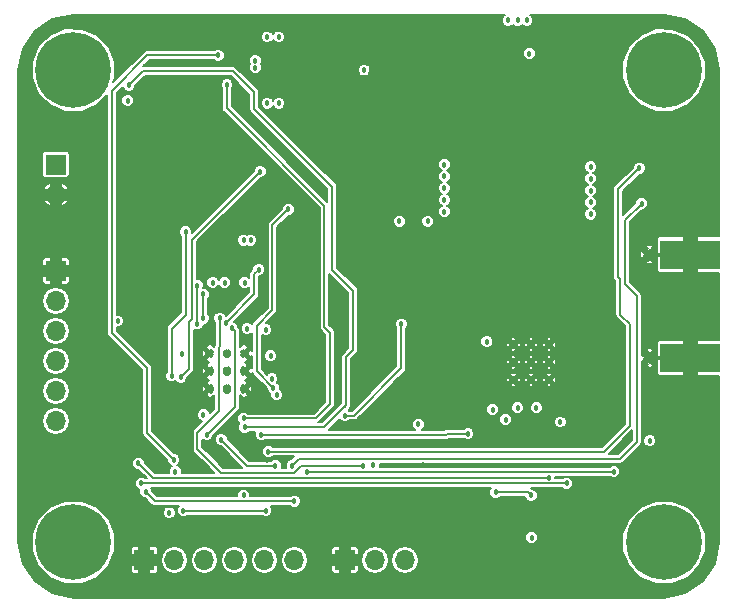
<source format=gbl>
G04 #@! TF.FileFunction,Copper,L4,Bot,Signal*
%FSLAX46Y46*%
G04 Gerber Fmt 4.6, Leading zero omitted, Abs format (unit mm)*
G04 Created by KiCad (PCBNEW 4.0.7-e2-6376~58~ubuntu16.04.1) date Thu Aug  2 15:14:07 2018*
%MOMM*%
%LPD*%
G01*
G04 APERTURE LIST*
%ADD10C,0.100000*%
%ADD11R,1.700000X1.700000*%
%ADD12O,1.700000X1.700000*%
%ADD13C,0.457200*%
%ADD14C,0.609600*%
%ADD15C,0.558800*%
%ADD16R,5.080000X2.420000*%
%ADD17C,0.970000*%
%ADD18R,0.950000X0.460000*%
%ADD19C,6.400000*%
%ADD20C,0.800000*%
%ADD21C,0.203200*%
%ADD22C,0.127000*%
G04 APERTURE END LIST*
D10*
D11*
X117000000Y-60500000D03*
D12*
X117000000Y-63040000D03*
X117000000Y-65580000D03*
X117000000Y-68120000D03*
X117000000Y-70660000D03*
X117000000Y-73200000D03*
D13*
X137100000Y-70900000D03*
D14*
X131500000Y-70500000D03*
X133000000Y-70500000D03*
X133000000Y-67500000D03*
X131500000Y-67500000D03*
X130000000Y-67500000D03*
X130000000Y-70500000D03*
X133000000Y-69000000D03*
X131500000Y-69000000D03*
X130000000Y-69000000D03*
D13*
X133500000Y-57900000D03*
X124050000Y-56500000D03*
X125050000Y-56500000D03*
X126050000Y-56500000D03*
X134900000Y-46300000D03*
X135900000Y-46300000D03*
X134900000Y-40700000D03*
X135900000Y-40700000D03*
X141300000Y-47500000D03*
X142100000Y-47500000D03*
X143300000Y-46500000D03*
X143300000Y-45500000D03*
X159900000Y-40700000D03*
X159900000Y-43900000D03*
X159900000Y-43100000D03*
X159900000Y-42300000D03*
X159900000Y-41500000D03*
X155300000Y-39300000D03*
X156100000Y-39300000D03*
X156900000Y-39300000D03*
X153500000Y-66500000D03*
X157700000Y-72100000D03*
X156100000Y-72100000D03*
X155100000Y-73100000D03*
X159700000Y-73300000D03*
X149900000Y-55500000D03*
X162300000Y-55700000D03*
X149900000Y-54500000D03*
X162300000Y-54700000D03*
X149900000Y-53500000D03*
X162300000Y-53700000D03*
X149900000Y-52500000D03*
X162300000Y-52700000D03*
X149900000Y-51500000D03*
X162300000Y-51700000D03*
X164100000Y-67900000D03*
X165900000Y-61100000D03*
X163100000Y-63300000D03*
X162300000Y-59100000D03*
X154700000Y-57500000D03*
X151900000Y-58500000D03*
X151100000Y-62900000D03*
X138300000Y-70900000D03*
X139700000Y-70900000D03*
X140900000Y-70900000D03*
X142100000Y-70900000D03*
X148900000Y-70900000D03*
X150300000Y-70900000D03*
X151700000Y-70900000D03*
X153100000Y-70900000D03*
X136700000Y-65900000D03*
X137500000Y-65100000D03*
X139100000Y-65100000D03*
X140500000Y-65100000D03*
X141500000Y-66100000D03*
X143000000Y-66100000D03*
X144100000Y-66100000D03*
X145500000Y-66100000D03*
X146900000Y-66100000D03*
X148300000Y-66100000D03*
X149500000Y-66100000D03*
X157250000Y-63000000D03*
X151100000Y-59300000D03*
X160700000Y-57500000D03*
X162300000Y-64100000D03*
X166900000Y-66300000D03*
X164900000Y-67100000D03*
X162900000Y-67900000D03*
X161700000Y-67900000D03*
X164100000Y-61700000D03*
X159750000Y-57500000D03*
X163100000Y-59900000D03*
X163100000Y-60900000D03*
X163100000Y-62100000D03*
X161500000Y-64900000D03*
X153700000Y-57500000D03*
X152700000Y-57700000D03*
X166700000Y-60300000D03*
X161500000Y-58300000D03*
X151100000Y-60500000D03*
X151100000Y-61700000D03*
X151900000Y-63700000D03*
X152900000Y-64500000D03*
X157250000Y-64000000D03*
D15*
X158750000Y-69750000D03*
X158750000Y-68250000D03*
X157250000Y-68250000D03*
X155750000Y-68250000D03*
X158750000Y-66750000D03*
X157250000Y-66750000D03*
X155750000Y-66750000D03*
X155750000Y-69750000D03*
X157250000Y-69750000D03*
D11*
X117000000Y-51500000D03*
D12*
X117000000Y-54040000D03*
D11*
X124500000Y-85000000D03*
D12*
X127040000Y-85000000D03*
X129580000Y-85000000D03*
X132120000Y-85000000D03*
X134660000Y-85000000D03*
X137200000Y-85000000D03*
D11*
X141500000Y-85000000D03*
D12*
X144040000Y-85000000D03*
X146580000Y-85000000D03*
D16*
X170720000Y-67880000D03*
X170720000Y-59120000D03*
D17*
X167280000Y-67880000D03*
X167280000Y-59120000D03*
D18*
X167730000Y-67880000D03*
X167730000Y-59120000D03*
D19*
X118500000Y-83500000D03*
D20*
X120900000Y-83500000D03*
X120197056Y-85197056D03*
X118500000Y-85900000D03*
X116802944Y-85197056D03*
X116100000Y-83500000D03*
X116802944Y-81802944D03*
X118500000Y-81100000D03*
X120197056Y-81802944D03*
D19*
X118500000Y-43500000D03*
D20*
X120900000Y-43500000D03*
X120197056Y-45197056D03*
X118500000Y-45900000D03*
X116802944Y-45197056D03*
X116100000Y-43500000D03*
X116802944Y-41802944D03*
X118500000Y-41100000D03*
X120197056Y-41802944D03*
D19*
X168500000Y-43500000D03*
D20*
X170900000Y-43500000D03*
X170197056Y-45197056D03*
X168500000Y-45900000D03*
X166802944Y-45197056D03*
X166100000Y-43500000D03*
X166802944Y-41802944D03*
X168500000Y-41100000D03*
X170197056Y-41802944D03*
D19*
X168500000Y-83500000D03*
D20*
X170900000Y-83500000D03*
X170197056Y-85197056D03*
X168500000Y-85900000D03*
X166802944Y-85197056D03*
X166100000Y-83500000D03*
X166802944Y-81802944D03*
X168500000Y-81100000D03*
X170197056Y-81802944D03*
D13*
X135300000Y-69650000D03*
X129500000Y-72700000D03*
X127700000Y-67500000D03*
X133200000Y-65400000D03*
X134800000Y-65500000D03*
X135200000Y-67700000D03*
X135700000Y-71000000D03*
X131300000Y-61500000D03*
X130300000Y-61500000D03*
X133000000Y-61500000D03*
X138200000Y-66400000D03*
X146000000Y-47500000D03*
X141000000Y-63600000D03*
X135900000Y-61800000D03*
X134500000Y-61700000D03*
X126700000Y-63900000D03*
X126200000Y-73500000D03*
X137300000Y-71900000D03*
X116250000Y-49000000D03*
X171500000Y-54750000D03*
X129000000Y-47000000D03*
X148000000Y-48750000D03*
X144750000Y-45500000D03*
X146250000Y-40500000D03*
X163000000Y-45250000D03*
X131250000Y-58000000D03*
X129500000Y-58000000D03*
X136000000Y-66000000D03*
X165300000Y-74900000D03*
X169300000Y-74900000D03*
X162700000Y-81100000D03*
X160300000Y-83100000D03*
X142100000Y-58300000D03*
X148300000Y-52700000D03*
X139700000Y-50500000D03*
X141900000Y-50900000D03*
X171500000Y-52100000D03*
X134900000Y-76500000D03*
X131475000Y-62525000D03*
X127100000Y-75500000D03*
X121300000Y-78500000D03*
X133100000Y-46700000D03*
X133100000Y-39500000D03*
X150100000Y-65300000D03*
X152700000Y-74700000D03*
X157300000Y-74700000D03*
X159700000Y-74700000D03*
X158500000Y-71700000D03*
X143300000Y-70900000D03*
X149000000Y-68500000D03*
X157250000Y-62250000D03*
X155750000Y-57750000D03*
X157250000Y-57250000D03*
X158750000Y-57750000D03*
X158750000Y-61750000D03*
X155750000Y-61750000D03*
X153750000Y-68500000D03*
X153750000Y-70250000D03*
X154000000Y-71500000D03*
X159500000Y-71750000D03*
X160750000Y-67250000D03*
X157250000Y-64750000D03*
X159500000Y-64750000D03*
X160500000Y-65000000D03*
X154000000Y-65000000D03*
X148100000Y-76900000D03*
X122250000Y-64750000D03*
X126600000Y-81000000D03*
X154000000Y-72250000D03*
X157300000Y-83100000D03*
X146100000Y-56300000D03*
X123100000Y-46100000D03*
X127100000Y-77500000D03*
X132900000Y-79500000D03*
X132900000Y-57900000D03*
X143900000Y-76900000D03*
X147700000Y-73500000D03*
X148500000Y-56300000D03*
X143100000Y-43500000D03*
X133900000Y-42700000D03*
X133900000Y-43300000D03*
X157100000Y-42100000D03*
X167300000Y-74900000D03*
X131900000Y-65300000D03*
X129800000Y-74400000D03*
X132900000Y-73000000D03*
X131500000Y-44750000D03*
X123200000Y-44800000D03*
X133000000Y-73750000D03*
X130750000Y-42250000D03*
X127000000Y-76500000D03*
X131400000Y-64900000D03*
X134200000Y-60400000D03*
X141500000Y-72750000D03*
X146250000Y-65000000D03*
X166400000Y-51800000D03*
X135000000Y-75800000D03*
X137000000Y-77000000D03*
X166600000Y-54800000D03*
X137200000Y-80000000D03*
X124600000Y-79200000D03*
X134800000Y-80800000D03*
X127800000Y-80800000D03*
X135600000Y-77000000D03*
X131000000Y-74800000D03*
X129000000Y-61750000D03*
X129000000Y-65000000D03*
X129500000Y-64500000D03*
X129500000Y-62500000D03*
X124000000Y-76800000D03*
X158750000Y-78000000D03*
X154250000Y-79250000D03*
X157250000Y-79500000D03*
X134400000Y-74400000D03*
X151900000Y-74300000D03*
X136700000Y-55300000D03*
X135400000Y-70400000D03*
X128000000Y-57200000D03*
X126800000Y-69400000D03*
X134300000Y-52100000D03*
X127600000Y-69500000D03*
X124250000Y-78500000D03*
X160250000Y-78500000D03*
X164250000Y-77500000D03*
X138250000Y-77500000D03*
X130900000Y-64500000D03*
X143000000Y-77000000D03*
D21*
X126700000Y-63900000D02*
X126800000Y-63900000D01*
X132200000Y-65600000D02*
X132200000Y-72000000D01*
X131900000Y-65300000D02*
X132200000Y-65600000D01*
X132200000Y-72000000D02*
X129800000Y-74400000D01*
X131500000Y-46750000D02*
X131500000Y-44750000D01*
X139750000Y-55000000D02*
X131500000Y-46750000D01*
X139750000Y-65250000D02*
X139750000Y-55000000D01*
X140250000Y-65750000D02*
X139750000Y-65250000D01*
X140250000Y-71750000D02*
X140250000Y-65750000D01*
X139000000Y-73000000D02*
X140250000Y-71750000D01*
X132900000Y-73000000D02*
X139000000Y-73000000D01*
X141600000Y-67800000D02*
X142200000Y-67200000D01*
X142200000Y-67200000D02*
X142200000Y-62200000D01*
X142200000Y-62200000D02*
X140400000Y-60400000D01*
X140400000Y-60400000D02*
X140400000Y-53400000D01*
X140400000Y-53400000D02*
X133800000Y-46800000D01*
X133800000Y-46800000D02*
X133800000Y-45400000D01*
X133800000Y-45400000D02*
X132000000Y-43600000D01*
X132000000Y-43600000D02*
X124400000Y-43600000D01*
X124400000Y-43600000D02*
X123200000Y-44800000D01*
X141600000Y-67800000D02*
X141600000Y-71900000D01*
X139750000Y-73750000D02*
X141600000Y-71900000D01*
X141600000Y-71900000D02*
X141500000Y-72000000D01*
X139500000Y-73750000D02*
X139750000Y-73750000D01*
X133000000Y-73750000D02*
X139500000Y-73750000D01*
X124750000Y-42250000D02*
X130750000Y-42250000D01*
X121750000Y-45250000D02*
X124750000Y-42250000D01*
X121750000Y-46250000D02*
X121750000Y-45250000D01*
X121750000Y-46250000D02*
X121750000Y-46250000D01*
X121750000Y-65750000D02*
X121750000Y-46250000D01*
X124750000Y-68750000D02*
X121750000Y-65750000D01*
X124750000Y-74250000D02*
X124750000Y-68750000D01*
X127000000Y-76500000D02*
X124750000Y-74250000D01*
X133800000Y-62500000D02*
X131400000Y-64900000D01*
X133800000Y-60800000D02*
X133800000Y-62500000D01*
X134200000Y-60400000D02*
X133800000Y-60800000D01*
X141500000Y-72750000D02*
X142250000Y-72750000D01*
X142250000Y-72750000D02*
X146250000Y-68750000D01*
X146250000Y-68750000D02*
X146250000Y-65000000D01*
X166400000Y-51800000D02*
X164600000Y-53600000D01*
X164600000Y-53600000D02*
X164600000Y-61000000D01*
X164600000Y-61000000D02*
X164800000Y-61200000D01*
X164800000Y-61200000D02*
X164800000Y-64200000D01*
X164800000Y-64200000D02*
X165600000Y-65000000D01*
X165600000Y-65000000D02*
X165600000Y-73600000D01*
X165600000Y-73600000D02*
X163400000Y-75800000D01*
X163400000Y-75800000D02*
X135000000Y-75800000D01*
X164200000Y-76400000D02*
X164800000Y-76400000D01*
X137000000Y-77000000D02*
X137600000Y-76400000D01*
X137600000Y-76400000D02*
X164200000Y-76400000D01*
X165200000Y-56200000D02*
X166600000Y-54800000D01*
X165200000Y-61600000D02*
X165200000Y-56200000D01*
X166200000Y-62600000D02*
X165200000Y-61600000D01*
X166200000Y-75000000D02*
X166200000Y-62600000D01*
X164800000Y-76400000D02*
X166200000Y-75000000D01*
X125400000Y-80000000D02*
X137200000Y-80000000D01*
X124600000Y-79200000D02*
X125400000Y-80000000D01*
X127800000Y-80800000D02*
X134800000Y-80800000D01*
X133200000Y-77000000D02*
X135600000Y-77000000D01*
X131000000Y-74800000D02*
X133200000Y-77000000D01*
X129000000Y-65000000D02*
X129000000Y-61750000D01*
X129500000Y-62500000D02*
X129500000Y-64500000D01*
X124000000Y-76800000D02*
X125250000Y-78000000D01*
X158750000Y-78000000D02*
X125250000Y-78000000D01*
X157000000Y-79250000D02*
X154250000Y-79250000D01*
X157250000Y-79500000D02*
X157000000Y-79250000D01*
X139000000Y-74400000D02*
X150000000Y-74400000D01*
X134400000Y-74400000D02*
X138000000Y-74400000D01*
X138000000Y-74400000D02*
X139000000Y-74400000D01*
X150100000Y-74300000D02*
X151900000Y-74300000D01*
X150000000Y-74400000D02*
X150100000Y-74300000D01*
X134000000Y-69000000D02*
X134000000Y-65150000D01*
X134000000Y-65150000D02*
X135350000Y-63800000D01*
X135350000Y-63800000D02*
X135350000Y-56650000D01*
X135350000Y-56650000D02*
X136700000Y-55300000D01*
X135400000Y-70400000D02*
X134000000Y-69000000D01*
X128000000Y-64200000D02*
X128000000Y-57200000D01*
X126800000Y-65400000D02*
X128000000Y-64200000D01*
X126800000Y-69400000D02*
X126800000Y-65400000D01*
X128500000Y-57900000D02*
X134300000Y-52100000D01*
X128500000Y-64600000D02*
X128500000Y-57900000D01*
X128300000Y-64800000D02*
X128500000Y-64600000D01*
X128300000Y-68800000D02*
X128300000Y-64800000D01*
X127600000Y-69500000D02*
X128300000Y-68800000D01*
X124250000Y-78500000D02*
X160250000Y-78500000D01*
X138250000Y-77500000D02*
X164250000Y-77500000D01*
X130000000Y-76600000D02*
X131000000Y-77600000D01*
X130900000Y-66900000D02*
X130800000Y-67000000D01*
X130800000Y-67000000D02*
X130800000Y-72400000D01*
X130800000Y-72400000D02*
X129000000Y-74200000D01*
X129000000Y-74200000D02*
X129000000Y-75600000D01*
X129000000Y-75600000D02*
X130000000Y-76600000D01*
X130900000Y-64500000D02*
X130900000Y-66900000D01*
X137800000Y-77000000D02*
X143000000Y-77000000D01*
X137200000Y-77600000D02*
X137800000Y-77000000D01*
X131000000Y-77600000D02*
X137200000Y-77600000D01*
D22*
G36*
X154991063Y-38836769D02*
X154837309Y-38990255D01*
X154753995Y-39190897D01*
X154753805Y-39408149D01*
X154836769Y-39608937D01*
X154990255Y-39762691D01*
X155190897Y-39846005D01*
X155408149Y-39846195D01*
X155608937Y-39763231D01*
X155700024Y-39672303D01*
X155790255Y-39762691D01*
X155990897Y-39846005D01*
X156208149Y-39846195D01*
X156408937Y-39763231D01*
X156500024Y-39672303D01*
X156590255Y-39762691D01*
X156790897Y-39846005D01*
X157008149Y-39846195D01*
X157208937Y-39763231D01*
X157362691Y-39609745D01*
X157446005Y-39409103D01*
X157446195Y-39191851D01*
X157363231Y-38991063D01*
X157209745Y-38837309D01*
X157192625Y-38830200D01*
X168467479Y-38830200D01*
X170284580Y-39191643D01*
X171797474Y-40202528D01*
X172808357Y-41715422D01*
X173169800Y-43532521D01*
X173169800Y-57592500D01*
X171370875Y-57592500D01*
X171291500Y-57671875D01*
X171291500Y-58548500D01*
X171311500Y-58548500D01*
X171311500Y-59691500D01*
X171291500Y-59691500D01*
X171291500Y-60568125D01*
X171370875Y-60647500D01*
X173169800Y-60647500D01*
X173169800Y-66352500D01*
X171370875Y-66352500D01*
X171291500Y-66431875D01*
X171291500Y-67308500D01*
X171311500Y-67308500D01*
X171311500Y-68451500D01*
X171291500Y-68451500D01*
X171291500Y-69328125D01*
X171370875Y-69407500D01*
X173169800Y-69407500D01*
X173169800Y-83467479D01*
X172808357Y-85284578D01*
X171797474Y-86797472D01*
X170284580Y-87808357D01*
X168467479Y-88169800D01*
X118532521Y-88169800D01*
X116715422Y-87808357D01*
X115202528Y-86797474D01*
X114191643Y-85284580D01*
X113975232Y-84196604D01*
X114981891Y-84196604D01*
X115516270Y-85489901D01*
X116504895Y-86480253D01*
X117797256Y-87016888D01*
X119196604Y-87018109D01*
X120489901Y-86483730D01*
X121470966Y-85504375D01*
X123332500Y-85504375D01*
X123332500Y-85913155D01*
X123380837Y-86029850D01*
X123470151Y-86119164D01*
X123586846Y-86167500D01*
X123995625Y-86167500D01*
X124075000Y-86088125D01*
X124075000Y-85425000D01*
X124925000Y-85425000D01*
X124925000Y-86088125D01*
X125004375Y-86167500D01*
X125413154Y-86167500D01*
X125529849Y-86119164D01*
X125619163Y-86029850D01*
X125667500Y-85913155D01*
X125667500Y-85504375D01*
X125588125Y-85425000D01*
X124925000Y-85425000D01*
X124075000Y-85425000D01*
X123411875Y-85425000D01*
X123332500Y-85504375D01*
X121470966Y-85504375D01*
X121480253Y-85495105D01*
X121695336Y-84977127D01*
X125872500Y-84977127D01*
X125872500Y-85022873D01*
X125961371Y-85469656D01*
X126214453Y-85848420D01*
X126593217Y-86101502D01*
X127040000Y-86190373D01*
X127486783Y-86101502D01*
X127865547Y-85848420D01*
X128118629Y-85469656D01*
X128207500Y-85022873D01*
X128207500Y-84977127D01*
X128412500Y-84977127D01*
X128412500Y-85022873D01*
X128501371Y-85469656D01*
X128754453Y-85848420D01*
X129133217Y-86101502D01*
X129580000Y-86190373D01*
X130026783Y-86101502D01*
X130405547Y-85848420D01*
X130658629Y-85469656D01*
X130747500Y-85022873D01*
X130747500Y-84977127D01*
X130952500Y-84977127D01*
X130952500Y-85022873D01*
X131041371Y-85469656D01*
X131294453Y-85848420D01*
X131673217Y-86101502D01*
X132120000Y-86190373D01*
X132566783Y-86101502D01*
X132945547Y-85848420D01*
X133198629Y-85469656D01*
X133287500Y-85022873D01*
X133287500Y-84977127D01*
X133492500Y-84977127D01*
X133492500Y-85022873D01*
X133581371Y-85469656D01*
X133834453Y-85848420D01*
X134213217Y-86101502D01*
X134660000Y-86190373D01*
X135106783Y-86101502D01*
X135485547Y-85848420D01*
X135738629Y-85469656D01*
X135827500Y-85022873D01*
X135827500Y-84977127D01*
X136032500Y-84977127D01*
X136032500Y-85022873D01*
X136121371Y-85469656D01*
X136374453Y-85848420D01*
X136753217Y-86101502D01*
X137200000Y-86190373D01*
X137646783Y-86101502D01*
X138025547Y-85848420D01*
X138255430Y-85504375D01*
X140332500Y-85504375D01*
X140332500Y-85913155D01*
X140380837Y-86029850D01*
X140470151Y-86119164D01*
X140586846Y-86167500D01*
X140995625Y-86167500D01*
X141075000Y-86088125D01*
X141075000Y-85425000D01*
X141925000Y-85425000D01*
X141925000Y-86088125D01*
X142004375Y-86167500D01*
X142413154Y-86167500D01*
X142529849Y-86119164D01*
X142619163Y-86029850D01*
X142667500Y-85913155D01*
X142667500Y-85504375D01*
X142588125Y-85425000D01*
X141925000Y-85425000D01*
X141075000Y-85425000D01*
X140411875Y-85425000D01*
X140332500Y-85504375D01*
X138255430Y-85504375D01*
X138278629Y-85469656D01*
X138367500Y-85022873D01*
X138367500Y-84977127D01*
X142872500Y-84977127D01*
X142872500Y-85022873D01*
X142961371Y-85469656D01*
X143214453Y-85848420D01*
X143593217Y-86101502D01*
X144040000Y-86190373D01*
X144486783Y-86101502D01*
X144865547Y-85848420D01*
X145118629Y-85469656D01*
X145207500Y-85022873D01*
X145207500Y-84977127D01*
X145412500Y-84977127D01*
X145412500Y-85022873D01*
X145501371Y-85469656D01*
X145754453Y-85848420D01*
X146133217Y-86101502D01*
X146580000Y-86190373D01*
X147026783Y-86101502D01*
X147405547Y-85848420D01*
X147658629Y-85469656D01*
X147747500Y-85022873D01*
X147747500Y-84977127D01*
X147658629Y-84530344D01*
X147435632Y-84196604D01*
X164981891Y-84196604D01*
X165516270Y-85489901D01*
X166504895Y-86480253D01*
X167797256Y-87016888D01*
X169196604Y-87018109D01*
X170489901Y-86483730D01*
X171480253Y-85495105D01*
X172016888Y-84202744D01*
X172018109Y-82803396D01*
X171483730Y-81510099D01*
X170495105Y-80519747D01*
X169202744Y-79983112D01*
X167803396Y-79981891D01*
X166510099Y-80516270D01*
X165519747Y-81504895D01*
X164983112Y-82797256D01*
X164981891Y-84196604D01*
X147435632Y-84196604D01*
X147405547Y-84151580D01*
X147026783Y-83898498D01*
X146580000Y-83809627D01*
X146133217Y-83898498D01*
X145754453Y-84151580D01*
X145501371Y-84530344D01*
X145412500Y-84977127D01*
X145207500Y-84977127D01*
X145118629Y-84530344D01*
X144865547Y-84151580D01*
X144486783Y-83898498D01*
X144040000Y-83809627D01*
X143593217Y-83898498D01*
X143214453Y-84151580D01*
X142961371Y-84530344D01*
X142872500Y-84977127D01*
X138367500Y-84977127D01*
X138278629Y-84530344D01*
X138025547Y-84151580D01*
X137928665Y-84086845D01*
X140332500Y-84086845D01*
X140332500Y-84495625D01*
X140411875Y-84575000D01*
X141075000Y-84575000D01*
X141075000Y-83911875D01*
X141925000Y-83911875D01*
X141925000Y-84575000D01*
X142588125Y-84575000D01*
X142667500Y-84495625D01*
X142667500Y-84086845D01*
X142619163Y-83970150D01*
X142529849Y-83880836D01*
X142413154Y-83832500D01*
X142004375Y-83832500D01*
X141925000Y-83911875D01*
X141075000Y-83911875D01*
X140995625Y-83832500D01*
X140586846Y-83832500D01*
X140470151Y-83880836D01*
X140380837Y-83970150D01*
X140332500Y-84086845D01*
X137928665Y-84086845D01*
X137646783Y-83898498D01*
X137200000Y-83809627D01*
X136753217Y-83898498D01*
X136374453Y-84151580D01*
X136121371Y-84530344D01*
X136032500Y-84977127D01*
X135827500Y-84977127D01*
X135738629Y-84530344D01*
X135485547Y-84151580D01*
X135106783Y-83898498D01*
X134660000Y-83809627D01*
X134213217Y-83898498D01*
X133834453Y-84151580D01*
X133581371Y-84530344D01*
X133492500Y-84977127D01*
X133287500Y-84977127D01*
X133198629Y-84530344D01*
X132945547Y-84151580D01*
X132566783Y-83898498D01*
X132120000Y-83809627D01*
X131673217Y-83898498D01*
X131294453Y-84151580D01*
X131041371Y-84530344D01*
X130952500Y-84977127D01*
X130747500Y-84977127D01*
X130658629Y-84530344D01*
X130405547Y-84151580D01*
X130026783Y-83898498D01*
X129580000Y-83809627D01*
X129133217Y-83898498D01*
X128754453Y-84151580D01*
X128501371Y-84530344D01*
X128412500Y-84977127D01*
X128207500Y-84977127D01*
X128118629Y-84530344D01*
X127865547Y-84151580D01*
X127486783Y-83898498D01*
X127040000Y-83809627D01*
X126593217Y-83898498D01*
X126214453Y-84151580D01*
X125961371Y-84530344D01*
X125872500Y-84977127D01*
X121695336Y-84977127D01*
X122016888Y-84202744D01*
X122016989Y-84086845D01*
X123332500Y-84086845D01*
X123332500Y-84495625D01*
X123411875Y-84575000D01*
X124075000Y-84575000D01*
X124075000Y-83911875D01*
X124925000Y-83911875D01*
X124925000Y-84575000D01*
X125588125Y-84575000D01*
X125667500Y-84495625D01*
X125667500Y-84086845D01*
X125619163Y-83970150D01*
X125529849Y-83880836D01*
X125413154Y-83832500D01*
X125004375Y-83832500D01*
X124925000Y-83911875D01*
X124075000Y-83911875D01*
X123995625Y-83832500D01*
X123586846Y-83832500D01*
X123470151Y-83880836D01*
X123380837Y-83970150D01*
X123332500Y-84086845D01*
X122016989Y-84086845D01*
X122017755Y-83208149D01*
X156753805Y-83208149D01*
X156836769Y-83408937D01*
X156990255Y-83562691D01*
X157190897Y-83646005D01*
X157408149Y-83646195D01*
X157608937Y-83563231D01*
X157762691Y-83409745D01*
X157846005Y-83209103D01*
X157846195Y-82991851D01*
X157763231Y-82791063D01*
X157609745Y-82637309D01*
X157409103Y-82553995D01*
X157191851Y-82553805D01*
X156991063Y-82636769D01*
X156837309Y-82790255D01*
X156753995Y-82990897D01*
X156753805Y-83208149D01*
X122017755Y-83208149D01*
X122018109Y-82803396D01*
X121483730Y-81510099D01*
X121082481Y-81108149D01*
X126053805Y-81108149D01*
X126136769Y-81308937D01*
X126290255Y-81462691D01*
X126490897Y-81546005D01*
X126708149Y-81546195D01*
X126908937Y-81463231D01*
X127062691Y-81309745D01*
X127146005Y-81109103D01*
X127146195Y-80891851D01*
X127063231Y-80691063D01*
X126909745Y-80537309D01*
X126709103Y-80453995D01*
X126491851Y-80453805D01*
X126291063Y-80536769D01*
X126137309Y-80690255D01*
X126053995Y-80890897D01*
X126053805Y-81108149D01*
X121082481Y-81108149D01*
X120495105Y-80519747D01*
X119202744Y-79983112D01*
X117803396Y-79981891D01*
X116510099Y-80516270D01*
X115519747Y-81504895D01*
X114983112Y-82797256D01*
X114981891Y-84196604D01*
X113975232Y-84196604D01*
X113830200Y-83467479D01*
X113830200Y-73200000D01*
X115809627Y-73200000D01*
X115898498Y-73646783D01*
X116151580Y-74025547D01*
X116530344Y-74278629D01*
X116977127Y-74367500D01*
X117022873Y-74367500D01*
X117469656Y-74278629D01*
X117848420Y-74025547D01*
X118101502Y-73646783D01*
X118190373Y-73200000D01*
X118101502Y-72753217D01*
X117848420Y-72374453D01*
X117469656Y-72121371D01*
X117022873Y-72032500D01*
X116977127Y-72032500D01*
X116530344Y-72121371D01*
X116151580Y-72374453D01*
X115898498Y-72753217D01*
X115809627Y-73200000D01*
X113830200Y-73200000D01*
X113830200Y-70660000D01*
X115809627Y-70660000D01*
X115898498Y-71106783D01*
X116151580Y-71485547D01*
X116530344Y-71738629D01*
X116977127Y-71827500D01*
X117022873Y-71827500D01*
X117469656Y-71738629D01*
X117848420Y-71485547D01*
X118101502Y-71106783D01*
X118190373Y-70660000D01*
X118101502Y-70213217D01*
X117848420Y-69834453D01*
X117469656Y-69581371D01*
X117022873Y-69492500D01*
X116977127Y-69492500D01*
X116530344Y-69581371D01*
X116151580Y-69834453D01*
X115898498Y-70213217D01*
X115809627Y-70660000D01*
X113830200Y-70660000D01*
X113830200Y-68120000D01*
X115809627Y-68120000D01*
X115898498Y-68566783D01*
X116151580Y-68945547D01*
X116530344Y-69198629D01*
X116977127Y-69287500D01*
X117022873Y-69287500D01*
X117469656Y-69198629D01*
X117848420Y-68945547D01*
X118101502Y-68566783D01*
X118190373Y-68120000D01*
X118101502Y-67673217D01*
X117848420Y-67294453D01*
X117469656Y-67041371D01*
X117022873Y-66952500D01*
X116977127Y-66952500D01*
X116530344Y-67041371D01*
X116151580Y-67294453D01*
X115898498Y-67673217D01*
X115809627Y-68120000D01*
X113830200Y-68120000D01*
X113830200Y-65580000D01*
X115809627Y-65580000D01*
X115898498Y-66026783D01*
X116151580Y-66405547D01*
X116530344Y-66658629D01*
X116977127Y-66747500D01*
X117022873Y-66747500D01*
X117469656Y-66658629D01*
X117848420Y-66405547D01*
X118101502Y-66026783D01*
X118190373Y-65580000D01*
X118101502Y-65133217D01*
X117848420Y-64754453D01*
X117469656Y-64501371D01*
X117022873Y-64412500D01*
X116977127Y-64412500D01*
X116530344Y-64501371D01*
X116151580Y-64754453D01*
X115898498Y-65133217D01*
X115809627Y-65580000D01*
X113830200Y-65580000D01*
X113830200Y-63040000D01*
X115809627Y-63040000D01*
X115898498Y-63486783D01*
X116151580Y-63865547D01*
X116530344Y-64118629D01*
X116977127Y-64207500D01*
X117022873Y-64207500D01*
X117469656Y-64118629D01*
X117848420Y-63865547D01*
X118101502Y-63486783D01*
X118190373Y-63040000D01*
X118101502Y-62593217D01*
X117848420Y-62214453D01*
X117469656Y-61961371D01*
X117022873Y-61872500D01*
X116977127Y-61872500D01*
X116530344Y-61961371D01*
X116151580Y-62214453D01*
X115898498Y-62593217D01*
X115809627Y-63040000D01*
X113830200Y-63040000D01*
X113830200Y-61004375D01*
X115832500Y-61004375D01*
X115832500Y-61413154D01*
X115880836Y-61529849D01*
X115970150Y-61619163D01*
X116086845Y-61667500D01*
X116495625Y-61667500D01*
X116575000Y-61588125D01*
X116575000Y-60925000D01*
X117425000Y-60925000D01*
X117425000Y-61588125D01*
X117504375Y-61667500D01*
X117913155Y-61667500D01*
X118029850Y-61619163D01*
X118119164Y-61529849D01*
X118167500Y-61413154D01*
X118167500Y-61004375D01*
X118088125Y-60925000D01*
X117425000Y-60925000D01*
X116575000Y-60925000D01*
X115911875Y-60925000D01*
X115832500Y-61004375D01*
X113830200Y-61004375D01*
X113830200Y-59586846D01*
X115832500Y-59586846D01*
X115832500Y-59995625D01*
X115911875Y-60075000D01*
X116575000Y-60075000D01*
X116575000Y-59411875D01*
X117425000Y-59411875D01*
X117425000Y-60075000D01*
X118088125Y-60075000D01*
X118167500Y-59995625D01*
X118167500Y-59586846D01*
X118119164Y-59470151D01*
X118029850Y-59380837D01*
X117913155Y-59332500D01*
X117504375Y-59332500D01*
X117425000Y-59411875D01*
X116575000Y-59411875D01*
X116495625Y-59332500D01*
X116086845Y-59332500D01*
X115970150Y-59380837D01*
X115880836Y-59470151D01*
X115832500Y-59586846D01*
X113830200Y-59586846D01*
X113830200Y-54629874D01*
X115992475Y-54629874D01*
X116069441Y-54745134D01*
X116410119Y-55047568D01*
X116575000Y-55048066D01*
X116575000Y-54465000D01*
X117425000Y-54465000D01*
X117425000Y-55048066D01*
X117589881Y-55047568D01*
X117930559Y-54745134D01*
X118007525Y-54629874D01*
X118001694Y-54465000D01*
X117425000Y-54465000D01*
X116575000Y-54465000D01*
X115998306Y-54465000D01*
X115992475Y-54629874D01*
X113830200Y-54629874D01*
X113830200Y-53450126D01*
X115992475Y-53450126D01*
X115998306Y-53615000D01*
X116575000Y-53615000D01*
X117425000Y-53615000D01*
X118001694Y-53615000D01*
X118007525Y-53450126D01*
X117930559Y-53334866D01*
X117589881Y-53032432D01*
X117425000Y-53031934D01*
X117425000Y-53615000D01*
X116575000Y-53615000D01*
X116575000Y-53031934D01*
X116410119Y-53032432D01*
X116069441Y-53334866D01*
X115992475Y-53450126D01*
X113830200Y-53450126D01*
X113830200Y-50650000D01*
X115826280Y-50650000D01*
X115826280Y-52350000D01*
X115848419Y-52467658D01*
X115917955Y-52575721D01*
X116024055Y-52648215D01*
X116150000Y-52673720D01*
X117850000Y-52673720D01*
X117967658Y-52651581D01*
X118075721Y-52582045D01*
X118148215Y-52475945D01*
X118173720Y-52350000D01*
X118173720Y-50650000D01*
X118151581Y-50532342D01*
X118082045Y-50424279D01*
X117975945Y-50351785D01*
X117850000Y-50326280D01*
X116150000Y-50326280D01*
X116032342Y-50348419D01*
X115924279Y-50417955D01*
X115851785Y-50524055D01*
X115826280Y-50650000D01*
X113830200Y-50650000D01*
X113830200Y-44196604D01*
X114981891Y-44196604D01*
X115516270Y-45489901D01*
X116504895Y-46480253D01*
X117797256Y-47016888D01*
X119196604Y-47018109D01*
X120489901Y-46483730D01*
X121330900Y-45644198D01*
X121330900Y-65750000D01*
X121362802Y-65910383D01*
X121414129Y-65987198D01*
X121453652Y-66046348D01*
X124330900Y-68923597D01*
X124330900Y-74250000D01*
X124362802Y-74410383D01*
X124453652Y-74546348D01*
X126453859Y-76546556D01*
X126453805Y-76608149D01*
X126536769Y-76808937D01*
X126690255Y-76962691D01*
X126829954Y-77020699D01*
X126791063Y-77036769D01*
X126637309Y-77190255D01*
X126553995Y-77390897D01*
X126553829Y-77580900D01*
X125418609Y-77580900D01*
X124546150Y-76743340D01*
X124546195Y-76691851D01*
X124463231Y-76491063D01*
X124309745Y-76337309D01*
X124109103Y-76253995D01*
X123891851Y-76253805D01*
X123691063Y-76336769D01*
X123537309Y-76490255D01*
X123453995Y-76690897D01*
X123453805Y-76908149D01*
X123536769Y-77108937D01*
X123690255Y-77262691D01*
X123890897Y-77346005D01*
X123963651Y-77346069D01*
X124729101Y-78080900D01*
X124603260Y-78080900D01*
X124559745Y-78037309D01*
X124359103Y-77953995D01*
X124141851Y-77953805D01*
X123941063Y-78036769D01*
X123787309Y-78190255D01*
X123703995Y-78390897D01*
X123703805Y-78608149D01*
X123786769Y-78808937D01*
X123940255Y-78962691D01*
X124082675Y-79021829D01*
X124053995Y-79090897D01*
X124053805Y-79308149D01*
X124136769Y-79508937D01*
X124290255Y-79662691D01*
X124490897Y-79746005D01*
X124553363Y-79746060D01*
X125103652Y-80296349D01*
X125185157Y-80350809D01*
X125239617Y-80387198D01*
X125400000Y-80419100D01*
X127408588Y-80419100D01*
X127337309Y-80490255D01*
X127253995Y-80690897D01*
X127253805Y-80908149D01*
X127336769Y-81108937D01*
X127490255Y-81262691D01*
X127690897Y-81346005D01*
X127908149Y-81346195D01*
X128108937Y-81263231D01*
X128153145Y-81219100D01*
X134446740Y-81219100D01*
X134490255Y-81262691D01*
X134690897Y-81346005D01*
X134908149Y-81346195D01*
X135108937Y-81263231D01*
X135262691Y-81109745D01*
X135346005Y-80909103D01*
X135346195Y-80691851D01*
X135263231Y-80491063D01*
X135191393Y-80419100D01*
X136846740Y-80419100D01*
X136890255Y-80462691D01*
X137090897Y-80546005D01*
X137308149Y-80546195D01*
X137508937Y-80463231D01*
X137662691Y-80309745D01*
X137746005Y-80109103D01*
X137746195Y-79891851D01*
X137663231Y-79691063D01*
X137509745Y-79537309D01*
X137309103Y-79453995D01*
X137091851Y-79453805D01*
X136891063Y-79536769D01*
X136846855Y-79580900D01*
X133446030Y-79580900D01*
X133446195Y-79391851D01*
X133363231Y-79191063D01*
X133209745Y-79037309D01*
X133009103Y-78953995D01*
X132791851Y-78953805D01*
X132591063Y-79036769D01*
X132437309Y-79190255D01*
X132353995Y-79390897D01*
X132353829Y-79580900D01*
X125573597Y-79580900D01*
X125146141Y-79153445D01*
X125146195Y-79091851D01*
X125074816Y-78919100D01*
X153808501Y-78919100D01*
X153787309Y-78940255D01*
X153703995Y-79140897D01*
X153703805Y-79358149D01*
X153786769Y-79558937D01*
X153940255Y-79712691D01*
X154140897Y-79796005D01*
X154358149Y-79796195D01*
X154558937Y-79713231D01*
X154603145Y-79669100D01*
X156728989Y-79669100D01*
X156786769Y-79808937D01*
X156940255Y-79962691D01*
X157140897Y-80046005D01*
X157358149Y-80046195D01*
X157558937Y-79963231D01*
X157712691Y-79809745D01*
X157796005Y-79609103D01*
X157796195Y-79391851D01*
X157713231Y-79191063D01*
X157559745Y-79037309D01*
X157359103Y-78953995D01*
X157296636Y-78953940D01*
X157296348Y-78953652D01*
X157244638Y-78919100D01*
X159896740Y-78919100D01*
X159940255Y-78962691D01*
X160140897Y-79046005D01*
X160358149Y-79046195D01*
X160558937Y-78963231D01*
X160712691Y-78809745D01*
X160796005Y-78609103D01*
X160796195Y-78391851D01*
X160713231Y-78191063D01*
X160559745Y-78037309D01*
X160359103Y-77953995D01*
X160141851Y-77953805D01*
X159941063Y-78036769D01*
X159896855Y-78080900D01*
X159296030Y-78080900D01*
X159296171Y-77919100D01*
X163896740Y-77919100D01*
X163940255Y-77962691D01*
X164140897Y-78046005D01*
X164358149Y-78046195D01*
X164558937Y-77963231D01*
X164712691Y-77809745D01*
X164796005Y-77609103D01*
X164796195Y-77391851D01*
X164713231Y-77191063D01*
X164559745Y-77037309D01*
X164359103Y-76953995D01*
X164141851Y-76953805D01*
X163941063Y-77036769D01*
X163896855Y-77080900D01*
X144416192Y-77080900D01*
X144446005Y-77009103D01*
X144446171Y-76819100D01*
X164800000Y-76819100D01*
X164960383Y-76787198D01*
X165096348Y-76696348D01*
X166496348Y-75296348D01*
X166524648Y-75253995D01*
X166587198Y-75160383D01*
X166617479Y-75008149D01*
X166753805Y-75008149D01*
X166836769Y-75208937D01*
X166990255Y-75362691D01*
X167190897Y-75446005D01*
X167408149Y-75446195D01*
X167608937Y-75363231D01*
X167762691Y-75209745D01*
X167846005Y-75009103D01*
X167846195Y-74791851D01*
X167763231Y-74591063D01*
X167609745Y-74437309D01*
X167409103Y-74353995D01*
X167191851Y-74353805D01*
X166991063Y-74436769D01*
X166837309Y-74590255D01*
X166753995Y-74790897D01*
X166753805Y-75008149D01*
X166617479Y-75008149D01*
X166619100Y-75000000D01*
X166619100Y-68197953D01*
X166742678Y-68074375D01*
X166937500Y-68074375D01*
X166937500Y-68173154D01*
X166985836Y-68289849D01*
X167075150Y-68379163D01*
X167109539Y-68393408D01*
X166957972Y-68544975D01*
X167016855Y-68654754D01*
X167333372Y-68696480D01*
X167543145Y-68654754D01*
X167602028Y-68544975D01*
X167448839Y-68391786D01*
X167492500Y-68348125D01*
X167492500Y-67995000D01*
X167016875Y-67995000D01*
X166937500Y-68074375D01*
X166742678Y-68074375D01*
X166937053Y-67880000D01*
X167622947Y-67880000D01*
X167862500Y-68119553D01*
X167862500Y-68451502D01*
X167941873Y-68451502D01*
X167862500Y-68530875D01*
X167862500Y-69153154D01*
X167910836Y-69269849D01*
X168000150Y-69359163D01*
X168116845Y-69407500D01*
X170069125Y-69407500D01*
X170148500Y-69328125D01*
X170148500Y-68451500D01*
X170128500Y-68451500D01*
X170128500Y-67308500D01*
X170148500Y-67308500D01*
X170148500Y-66431875D01*
X170069125Y-66352500D01*
X168116845Y-66352500D01*
X168000150Y-66400837D01*
X167910836Y-66490151D01*
X167862500Y-66606846D01*
X167862500Y-67229125D01*
X167941873Y-67308498D01*
X167862500Y-67308498D01*
X167862500Y-67640447D01*
X167622947Y-67880000D01*
X166937053Y-67880000D01*
X166643899Y-67586846D01*
X166937500Y-67586846D01*
X166937500Y-67685625D01*
X167016875Y-67765000D01*
X167492500Y-67765000D01*
X167492500Y-67411875D01*
X167448839Y-67368214D01*
X167602028Y-67215025D01*
X167543145Y-67105246D01*
X167226628Y-67063520D01*
X167016855Y-67105246D01*
X166957972Y-67215025D01*
X167109539Y-67366592D01*
X167075150Y-67380837D01*
X166985836Y-67470151D01*
X166937500Y-67586846D01*
X166643899Y-67586846D01*
X166619100Y-67562047D01*
X166619100Y-62600000D01*
X166599209Y-62500000D01*
X166587199Y-62439618D01*
X166496349Y-62303652D01*
X165619100Y-61426404D01*
X165619100Y-59173372D01*
X166463520Y-59173372D01*
X166505246Y-59383145D01*
X166615025Y-59442028D01*
X166742678Y-59314375D01*
X166937500Y-59314375D01*
X166937500Y-59413154D01*
X166985836Y-59529849D01*
X167075150Y-59619163D01*
X167109539Y-59633408D01*
X166957972Y-59784975D01*
X167016855Y-59894754D01*
X167333372Y-59936480D01*
X167543145Y-59894754D01*
X167602028Y-59784975D01*
X167448839Y-59631786D01*
X167492500Y-59588125D01*
X167492500Y-59235000D01*
X167016875Y-59235000D01*
X166937500Y-59314375D01*
X166742678Y-59314375D01*
X166937053Y-59120000D01*
X167622947Y-59120000D01*
X167862500Y-59359553D01*
X167862500Y-59691502D01*
X167941873Y-59691502D01*
X167862500Y-59770875D01*
X167862500Y-60393154D01*
X167910836Y-60509849D01*
X168000150Y-60599163D01*
X168116845Y-60647500D01*
X170069125Y-60647500D01*
X170148500Y-60568125D01*
X170148500Y-59691500D01*
X170128500Y-59691500D01*
X170128500Y-58548500D01*
X170148500Y-58548500D01*
X170148500Y-57671875D01*
X170069125Y-57592500D01*
X168116845Y-57592500D01*
X168000150Y-57640837D01*
X167910836Y-57730151D01*
X167862500Y-57846846D01*
X167862500Y-58469125D01*
X167941873Y-58548498D01*
X167862500Y-58548498D01*
X167862500Y-58880447D01*
X167622947Y-59120000D01*
X166937053Y-59120000D01*
X166643899Y-58826846D01*
X166937500Y-58826846D01*
X166937500Y-58925625D01*
X167016875Y-59005000D01*
X167492500Y-59005000D01*
X167492500Y-58651875D01*
X167448839Y-58608214D01*
X167602028Y-58455025D01*
X167543145Y-58345246D01*
X167226628Y-58303520D01*
X167016855Y-58345246D01*
X166957972Y-58455025D01*
X167109539Y-58606592D01*
X167075150Y-58620837D01*
X166985836Y-58710151D01*
X166937500Y-58826846D01*
X166643899Y-58826846D01*
X166615025Y-58797972D01*
X166505246Y-58856855D01*
X166463520Y-59173372D01*
X165619100Y-59173372D01*
X165619100Y-56373596D01*
X166646555Y-55346141D01*
X166708149Y-55346195D01*
X166908937Y-55263231D01*
X167062691Y-55109745D01*
X167146005Y-54909103D01*
X167146195Y-54691851D01*
X167063231Y-54491063D01*
X166909745Y-54337309D01*
X166709103Y-54253995D01*
X166491851Y-54253805D01*
X166291063Y-54336769D01*
X166137309Y-54490255D01*
X166053995Y-54690897D01*
X166053940Y-54753364D01*
X165019100Y-55788204D01*
X165019100Y-53773596D01*
X166446556Y-52346141D01*
X166508149Y-52346195D01*
X166708937Y-52263231D01*
X166862691Y-52109745D01*
X166946005Y-51909103D01*
X166946195Y-51691851D01*
X166863231Y-51491063D01*
X166709745Y-51337309D01*
X166509103Y-51253995D01*
X166291851Y-51253805D01*
X166091063Y-51336769D01*
X165937309Y-51490255D01*
X165853995Y-51690897D01*
X165853940Y-51753363D01*
X164303652Y-53303652D01*
X164212802Y-53439617D01*
X164180900Y-53600000D01*
X164180900Y-61000000D01*
X164212802Y-61160383D01*
X164297251Y-61286769D01*
X164303652Y-61296348D01*
X164380900Y-61373596D01*
X164380900Y-64200000D01*
X164412802Y-64360383D01*
X164475352Y-64453995D01*
X164503652Y-64496348D01*
X165180900Y-65173597D01*
X165180900Y-73426403D01*
X163226404Y-75380900D01*
X135353260Y-75380900D01*
X135309745Y-75337309D01*
X135109103Y-75253995D01*
X134891851Y-75253805D01*
X134691063Y-75336769D01*
X134537309Y-75490255D01*
X134453995Y-75690897D01*
X134453805Y-75908149D01*
X134536769Y-76108937D01*
X134690255Y-76262691D01*
X134890897Y-76346005D01*
X135108149Y-76346195D01*
X135308937Y-76263231D01*
X135353145Y-76219100D01*
X137188203Y-76219100D01*
X136953445Y-76453859D01*
X136891851Y-76453805D01*
X136691063Y-76536769D01*
X136537309Y-76690255D01*
X136453995Y-76890897D01*
X136453805Y-77108149D01*
X136483865Y-77180900D01*
X136116192Y-77180900D01*
X136146005Y-77109103D01*
X136146195Y-76891851D01*
X136063231Y-76691063D01*
X135909745Y-76537309D01*
X135709103Y-76453995D01*
X135491851Y-76453805D01*
X135291063Y-76536769D01*
X135246855Y-76580900D01*
X133373597Y-76580900D01*
X131546141Y-74753445D01*
X131546195Y-74691851D01*
X131463231Y-74491063D01*
X131309745Y-74337309D01*
X131109103Y-74253995D01*
X130891851Y-74253805D01*
X130691063Y-74336769D01*
X130537309Y-74490255D01*
X130453995Y-74690897D01*
X130453805Y-74908149D01*
X130536769Y-75108937D01*
X130690255Y-75262691D01*
X130890897Y-75346005D01*
X130953364Y-75346060D01*
X132788203Y-77180900D01*
X131173597Y-77180900D01*
X130296351Y-76303655D01*
X130296349Y-76303652D01*
X129419100Y-75426404D01*
X129419100Y-74791412D01*
X129490255Y-74862691D01*
X129690897Y-74946005D01*
X129908149Y-74946195D01*
X130108937Y-74863231D01*
X130262691Y-74709745D01*
X130346005Y-74509103D01*
X130346060Y-74446636D01*
X132496349Y-72296348D01*
X132587199Y-72160382D01*
X132619100Y-72000000D01*
X132619100Y-71014648D01*
X132956339Y-71351887D01*
X133188587Y-71119639D01*
X133170405Y-71101457D01*
X133238733Y-71087865D01*
X133269682Y-70985208D01*
X133000000Y-70715526D01*
X132892237Y-70823289D01*
X132676711Y-70607763D01*
X132784474Y-70500000D01*
X133215526Y-70500000D01*
X133485208Y-70769682D01*
X133587865Y-70738733D01*
X133634476Y-70495594D01*
X133587865Y-70261267D01*
X133485208Y-70230318D01*
X133215526Y-70500000D01*
X132784474Y-70500000D01*
X132676711Y-70392237D01*
X132892237Y-70176711D01*
X133000000Y-70284474D01*
X133269682Y-70014792D01*
X133238733Y-69912135D01*
X133169991Y-69898957D01*
X133188587Y-69880361D01*
X133058226Y-69750000D01*
X133188587Y-69619639D01*
X133170405Y-69601457D01*
X133238733Y-69587865D01*
X133269682Y-69485208D01*
X133000000Y-69215526D01*
X132892237Y-69323289D01*
X132676711Y-69107763D01*
X132784474Y-69000000D01*
X132676711Y-68892237D01*
X132892237Y-68676711D01*
X133000000Y-68784474D01*
X133269682Y-68514792D01*
X133238733Y-68412135D01*
X133169991Y-68398957D01*
X133188587Y-68380361D01*
X133058226Y-68250000D01*
X133188587Y-68119639D01*
X133170405Y-68101457D01*
X133238733Y-68087865D01*
X133269682Y-67985208D01*
X133000000Y-67715526D01*
X132892237Y-67823289D01*
X132676711Y-67607763D01*
X132784474Y-67500000D01*
X132676711Y-67392237D01*
X132892237Y-67176711D01*
X133000000Y-67284474D01*
X133269682Y-67014792D01*
X133238733Y-66912135D01*
X133169991Y-66898957D01*
X133188587Y-66880361D01*
X132956339Y-66648113D01*
X132619100Y-66985352D01*
X132619100Y-65600000D01*
X132600830Y-65508149D01*
X132653805Y-65508149D01*
X132736769Y-65708937D01*
X132890255Y-65862691D01*
X133090897Y-65946005D01*
X133308149Y-65946195D01*
X133508937Y-65863231D01*
X133580900Y-65791393D01*
X133580900Y-67259167D01*
X133485208Y-67230318D01*
X133215526Y-67500000D01*
X133485208Y-67769682D01*
X133580900Y-67740833D01*
X133580900Y-68759167D01*
X133485208Y-68730318D01*
X133215526Y-69000000D01*
X133485208Y-69269682D01*
X133587865Y-69238733D01*
X133607752Y-69134995D01*
X133612802Y-69160383D01*
X133685834Y-69269682D01*
X133703652Y-69296348D01*
X134853859Y-70446555D01*
X134853805Y-70508149D01*
X134936769Y-70708937D01*
X135090255Y-70862691D01*
X135154611Y-70889414D01*
X135153995Y-70890897D01*
X135153805Y-71108149D01*
X135236769Y-71308937D01*
X135390255Y-71462691D01*
X135590897Y-71546005D01*
X135808149Y-71546195D01*
X136008937Y-71463231D01*
X136162691Y-71309745D01*
X136246005Y-71109103D01*
X136246195Y-70891851D01*
X136163231Y-70691063D01*
X136009745Y-70537309D01*
X135945389Y-70510586D01*
X135946005Y-70509103D01*
X135946195Y-70291851D01*
X135863231Y-70091063D01*
X135747390Y-69975020D01*
X135762691Y-69959745D01*
X135846005Y-69759103D01*
X135846195Y-69541851D01*
X135763231Y-69341063D01*
X135609745Y-69187309D01*
X135409103Y-69103995D01*
X135191851Y-69103805D01*
X134991063Y-69186769D01*
X134885172Y-69292476D01*
X134419100Y-68826404D01*
X134419100Y-67808149D01*
X134653805Y-67808149D01*
X134736769Y-68008937D01*
X134890255Y-68162691D01*
X135090897Y-68246005D01*
X135308149Y-68246195D01*
X135508937Y-68163231D01*
X135662691Y-68009745D01*
X135746005Y-67809103D01*
X135746195Y-67591851D01*
X135663231Y-67391063D01*
X135509745Y-67237309D01*
X135309103Y-67153995D01*
X135091851Y-67153805D01*
X134891063Y-67236769D01*
X134737309Y-67390255D01*
X134653995Y-67590897D01*
X134653805Y-67808149D01*
X134419100Y-67808149D01*
X134419100Y-65891412D01*
X134490255Y-65962691D01*
X134690897Y-66046005D01*
X134908149Y-66046195D01*
X135108937Y-65963231D01*
X135262691Y-65809745D01*
X135346005Y-65609103D01*
X135346195Y-65391851D01*
X135263231Y-65191063D01*
X135109745Y-65037309D01*
X134909103Y-64953995D01*
X134788807Y-64953890D01*
X135646348Y-64096349D01*
X135737198Y-63960383D01*
X135748482Y-63903652D01*
X135769100Y-63800000D01*
X135769100Y-56823596D01*
X136746556Y-55846141D01*
X136808149Y-55846195D01*
X137008937Y-55763231D01*
X137162691Y-55609745D01*
X137246005Y-55409103D01*
X137246195Y-55191851D01*
X137163231Y-54991063D01*
X137009745Y-54837309D01*
X136809103Y-54753995D01*
X136591851Y-54753805D01*
X136391063Y-54836769D01*
X136237309Y-54990255D01*
X136153995Y-55190897D01*
X136153940Y-55253363D01*
X135053652Y-56353652D01*
X134962802Y-56489617D01*
X134930900Y-56650000D01*
X134930900Y-63626403D01*
X133703652Y-64853652D01*
X133612802Y-64989617D01*
X133604355Y-65032084D01*
X133509745Y-64937309D01*
X133309103Y-64853995D01*
X133091851Y-64853805D01*
X132891063Y-64936769D01*
X132737309Y-65090255D01*
X132653995Y-65290897D01*
X132653805Y-65508149D01*
X132600830Y-65508149D01*
X132587198Y-65439617D01*
X132535797Y-65362691D01*
X132496348Y-65303651D01*
X132446141Y-65253444D01*
X132446195Y-65191851D01*
X132363231Y-64991063D01*
X132209745Y-64837309D01*
X132100676Y-64792020D01*
X134096349Y-62796348D01*
X134187199Y-62660382D01*
X134219100Y-62500000D01*
X134219100Y-60973596D01*
X134246555Y-60946141D01*
X134308149Y-60946195D01*
X134508937Y-60863231D01*
X134662691Y-60709745D01*
X134746005Y-60509103D01*
X134746195Y-60291851D01*
X134663231Y-60091063D01*
X134509745Y-59937309D01*
X134309103Y-59853995D01*
X134091851Y-59853805D01*
X133891063Y-59936769D01*
X133737309Y-60090255D01*
X133653995Y-60290897D01*
X133653940Y-60353363D01*
X133503652Y-60503652D01*
X133412802Y-60639617D01*
X133380900Y-60800000D01*
X133380900Y-61108588D01*
X133309745Y-61037309D01*
X133109103Y-60953995D01*
X132891851Y-60953805D01*
X132691063Y-61036769D01*
X132537309Y-61190255D01*
X132453995Y-61390897D01*
X132453805Y-61608149D01*
X132536769Y-61808937D01*
X132690255Y-61962691D01*
X132890897Y-62046005D01*
X133108149Y-62046195D01*
X133308937Y-61963231D01*
X133380900Y-61891393D01*
X133380900Y-62326403D01*
X131407968Y-64299336D01*
X131363231Y-64191063D01*
X131209745Y-64037309D01*
X131009103Y-63953995D01*
X130791851Y-63953805D01*
X130591063Y-64036769D01*
X130437309Y-64190255D01*
X130353995Y-64390897D01*
X130353805Y-64608149D01*
X130436769Y-64808937D01*
X130480900Y-64853145D01*
X130480900Y-66737702D01*
X130412802Y-66839617D01*
X130383330Y-66987782D01*
X130043661Y-66648113D01*
X129811413Y-66880361D01*
X129829595Y-66898543D01*
X129761267Y-66912135D01*
X129730318Y-67014792D01*
X130000000Y-67284474D01*
X130107763Y-67176711D01*
X130323289Y-67392237D01*
X130215526Y-67500000D01*
X130323289Y-67607763D01*
X130107763Y-67823289D01*
X130000000Y-67715526D01*
X129730318Y-67985208D01*
X129761267Y-68087865D01*
X129830009Y-68101043D01*
X129811413Y-68119639D01*
X129941774Y-68250000D01*
X129811413Y-68380361D01*
X129829595Y-68398543D01*
X129761267Y-68412135D01*
X129730318Y-68514792D01*
X130000000Y-68784474D01*
X130107763Y-68676711D01*
X130323289Y-68892237D01*
X130215526Y-69000000D01*
X130323289Y-69107763D01*
X130107763Y-69323289D01*
X130000000Y-69215526D01*
X129730318Y-69485208D01*
X129761267Y-69587865D01*
X129830009Y-69601043D01*
X129811413Y-69619639D01*
X129941774Y-69750000D01*
X129811413Y-69880361D01*
X129829595Y-69898543D01*
X129761267Y-69912135D01*
X129730318Y-70014792D01*
X130000000Y-70284474D01*
X130107763Y-70176711D01*
X130323289Y-70392237D01*
X130215526Y-70500000D01*
X130323289Y-70607763D01*
X130107763Y-70823289D01*
X130000000Y-70715526D01*
X129730318Y-70985208D01*
X129761267Y-71087865D01*
X129830009Y-71101043D01*
X129811413Y-71119639D01*
X130043661Y-71351887D01*
X130380900Y-71014648D01*
X130380900Y-72226403D01*
X130037206Y-72570097D01*
X129963231Y-72391063D01*
X129809745Y-72237309D01*
X129609103Y-72153995D01*
X129391851Y-72153805D01*
X129191063Y-72236769D01*
X129037309Y-72390255D01*
X128953995Y-72590897D01*
X128953805Y-72808149D01*
X129036769Y-73008937D01*
X129190255Y-73162691D01*
X129369983Y-73237321D01*
X128703652Y-73903652D01*
X128612802Y-74039617D01*
X128580900Y-74200000D01*
X128580900Y-75600000D01*
X128612802Y-75760383D01*
X128639274Y-75800000D01*
X128703652Y-75896348D01*
X129703652Y-76896349D01*
X129703655Y-76896351D01*
X130388203Y-77580900D01*
X127646030Y-77580900D01*
X127646195Y-77391851D01*
X127563231Y-77191063D01*
X127409745Y-77037309D01*
X127270046Y-76979301D01*
X127308937Y-76963231D01*
X127462691Y-76809745D01*
X127546005Y-76609103D01*
X127546195Y-76391851D01*
X127463231Y-76191063D01*
X127309745Y-76037309D01*
X127109103Y-75953995D01*
X127046637Y-75953940D01*
X125169100Y-74076404D01*
X125169100Y-70504406D01*
X129365524Y-70504406D01*
X129412135Y-70738733D01*
X129514792Y-70769682D01*
X129784474Y-70500000D01*
X129514792Y-70230318D01*
X129412135Y-70261267D01*
X129365524Y-70504406D01*
X125169100Y-70504406D01*
X125169100Y-69508149D01*
X126253805Y-69508149D01*
X126336769Y-69708937D01*
X126490255Y-69862691D01*
X126690897Y-69946005D01*
X126908149Y-69946195D01*
X127108937Y-69863231D01*
X127150024Y-69822215D01*
X127290255Y-69962691D01*
X127490897Y-70046005D01*
X127708149Y-70046195D01*
X127908937Y-69963231D01*
X128062691Y-69809745D01*
X128146005Y-69609103D01*
X128146060Y-69546637D01*
X128596348Y-69096349D01*
X128657782Y-69004406D01*
X129365524Y-69004406D01*
X129412135Y-69238733D01*
X129514792Y-69269682D01*
X129784474Y-69000000D01*
X129514792Y-68730318D01*
X129412135Y-68761267D01*
X129365524Y-69004406D01*
X128657782Y-69004406D01*
X128687198Y-68960383D01*
X128691895Y-68936769D01*
X128719100Y-68800000D01*
X128719100Y-67504406D01*
X129365524Y-67504406D01*
X129412135Y-67738733D01*
X129514792Y-67769682D01*
X129784474Y-67500000D01*
X129514792Y-67230318D01*
X129412135Y-67261267D01*
X129365524Y-67504406D01*
X128719100Y-67504406D01*
X128719100Y-65474669D01*
X128890897Y-65546005D01*
X129108149Y-65546195D01*
X129308937Y-65463231D01*
X129462691Y-65309745D01*
X129546005Y-65109103D01*
X129546060Y-65046141D01*
X129608149Y-65046195D01*
X129808937Y-64963231D01*
X129962691Y-64809745D01*
X130046005Y-64609103D01*
X130046195Y-64391851D01*
X129963231Y-64191063D01*
X129919100Y-64146855D01*
X129919100Y-62853260D01*
X129962691Y-62809745D01*
X130046005Y-62609103D01*
X130046195Y-62391851D01*
X129963231Y-62191063D01*
X129809745Y-62037309D01*
X129609103Y-61953995D01*
X129506640Y-61953905D01*
X129546005Y-61859103D01*
X129546195Y-61641851D01*
X129532270Y-61608149D01*
X129753805Y-61608149D01*
X129836769Y-61808937D01*
X129990255Y-61962691D01*
X130190897Y-62046005D01*
X130408149Y-62046195D01*
X130608937Y-61963231D01*
X130762691Y-61809745D01*
X130799989Y-61719922D01*
X130836769Y-61808937D01*
X130990255Y-61962691D01*
X131190897Y-62046005D01*
X131408149Y-62046195D01*
X131608937Y-61963231D01*
X131762691Y-61809745D01*
X131846005Y-61609103D01*
X131846195Y-61391851D01*
X131763231Y-61191063D01*
X131609745Y-61037309D01*
X131409103Y-60953995D01*
X131191851Y-60953805D01*
X130991063Y-61036769D01*
X130837309Y-61190255D01*
X130800011Y-61280078D01*
X130763231Y-61191063D01*
X130609745Y-61037309D01*
X130409103Y-60953995D01*
X130191851Y-60953805D01*
X129991063Y-61036769D01*
X129837309Y-61190255D01*
X129753995Y-61390897D01*
X129753805Y-61608149D01*
X129532270Y-61608149D01*
X129463231Y-61441063D01*
X129309745Y-61287309D01*
X129109103Y-61203995D01*
X128919100Y-61203829D01*
X128919100Y-58073596D01*
X128984547Y-58008149D01*
X132353805Y-58008149D01*
X132436769Y-58208937D01*
X132590255Y-58362691D01*
X132790897Y-58446005D01*
X133008149Y-58446195D01*
X133200225Y-58366831D01*
X133390897Y-58446005D01*
X133608149Y-58446195D01*
X133808937Y-58363231D01*
X133962691Y-58209745D01*
X134046005Y-58009103D01*
X134046195Y-57791851D01*
X133963231Y-57591063D01*
X133809745Y-57437309D01*
X133609103Y-57353995D01*
X133391851Y-57353805D01*
X133199775Y-57433169D01*
X133009103Y-57353995D01*
X132791851Y-57353805D01*
X132591063Y-57436769D01*
X132437309Y-57590255D01*
X132353995Y-57790897D01*
X132353805Y-58008149D01*
X128984547Y-58008149D01*
X134346556Y-52646141D01*
X134408149Y-52646195D01*
X134608937Y-52563231D01*
X134762691Y-52409745D01*
X134846005Y-52209103D01*
X134846195Y-51991851D01*
X134763231Y-51791063D01*
X134609745Y-51637309D01*
X134409103Y-51553995D01*
X134191851Y-51553805D01*
X133991063Y-51636769D01*
X133837309Y-51790255D01*
X133753995Y-51990897D01*
X133753940Y-52053363D01*
X128546047Y-57261257D01*
X128546195Y-57091851D01*
X128463231Y-56891063D01*
X128309745Y-56737309D01*
X128109103Y-56653995D01*
X127891851Y-56653805D01*
X127691063Y-56736769D01*
X127537309Y-56890255D01*
X127453995Y-57090897D01*
X127453805Y-57308149D01*
X127536769Y-57508937D01*
X127580900Y-57553145D01*
X127580900Y-64026403D01*
X126503652Y-65103652D01*
X126412802Y-65239617D01*
X126380900Y-65400000D01*
X126380900Y-69046740D01*
X126337309Y-69090255D01*
X126253995Y-69290897D01*
X126253805Y-69508149D01*
X125169100Y-69508149D01*
X125169100Y-68750000D01*
X125137198Y-68589617D01*
X125085441Y-68512158D01*
X125046349Y-68453652D01*
X122169100Y-65576404D01*
X122169100Y-65296030D01*
X122358149Y-65296195D01*
X122558937Y-65213231D01*
X122712691Y-65059745D01*
X122796005Y-64859103D01*
X122796195Y-64641851D01*
X122713231Y-64441063D01*
X122559745Y-64287309D01*
X122359103Y-64203995D01*
X122169100Y-64203829D01*
X122169100Y-46208149D01*
X122553805Y-46208149D01*
X122636769Y-46408937D01*
X122790255Y-46562691D01*
X122990897Y-46646005D01*
X123208149Y-46646195D01*
X123408937Y-46563231D01*
X123562691Y-46409745D01*
X123646005Y-46209103D01*
X123646195Y-45991851D01*
X123563231Y-45791063D01*
X123409745Y-45637309D01*
X123209103Y-45553995D01*
X122991851Y-45553805D01*
X122791063Y-45636769D01*
X122637309Y-45790255D01*
X122553995Y-45990897D01*
X122553805Y-46208149D01*
X122169100Y-46208149D01*
X122169100Y-45423596D01*
X122662793Y-44929903D01*
X122736769Y-45108937D01*
X122890255Y-45262691D01*
X123090897Y-45346005D01*
X123308149Y-45346195D01*
X123508937Y-45263231D01*
X123662691Y-45109745D01*
X123746005Y-44909103D01*
X123746060Y-44846637D01*
X124573597Y-44019100D01*
X131826404Y-44019100D01*
X133380900Y-45573597D01*
X133380900Y-46800000D01*
X133412802Y-46960383D01*
X133450558Y-47016888D01*
X133503652Y-47096348D01*
X139980900Y-53573597D01*
X139980900Y-54638203D01*
X131919100Y-46576404D01*
X131919100Y-45103260D01*
X131962691Y-45059745D01*
X132046005Y-44859103D01*
X132046195Y-44641851D01*
X131963231Y-44441063D01*
X131809745Y-44287309D01*
X131609103Y-44203995D01*
X131391851Y-44203805D01*
X131191063Y-44286769D01*
X131037309Y-44440255D01*
X130953995Y-44640897D01*
X130953805Y-44858149D01*
X131036769Y-45058937D01*
X131080900Y-45103145D01*
X131080900Y-46750000D01*
X131112802Y-46910383D01*
X131183967Y-47016888D01*
X131203652Y-47046348D01*
X139330900Y-55173597D01*
X139330900Y-65250000D01*
X139362802Y-65410383D01*
X139447538Y-65537198D01*
X139453652Y-65546348D01*
X139830900Y-65923597D01*
X139830900Y-71576404D01*
X138826404Y-72580900D01*
X133253260Y-72580900D01*
X133209745Y-72537309D01*
X133009103Y-72453995D01*
X132791851Y-72453805D01*
X132591063Y-72536769D01*
X132437309Y-72690255D01*
X132353995Y-72890897D01*
X132353805Y-73108149D01*
X132436769Y-73308937D01*
X132552610Y-73424980D01*
X132537309Y-73440255D01*
X132453995Y-73640897D01*
X132453805Y-73858149D01*
X132536769Y-74058937D01*
X132690255Y-74212691D01*
X132890897Y-74296005D01*
X133108149Y-74296195D01*
X133308937Y-74213231D01*
X133353145Y-74169100D01*
X133904570Y-74169100D01*
X133853995Y-74290897D01*
X133853805Y-74508149D01*
X133936769Y-74708937D01*
X134090255Y-74862691D01*
X134290897Y-74946005D01*
X134508149Y-74946195D01*
X134708937Y-74863231D01*
X134753145Y-74819100D01*
X150000000Y-74819100D01*
X150160383Y-74787198D01*
X150262298Y-74719100D01*
X151546740Y-74719100D01*
X151590255Y-74762691D01*
X151790897Y-74846005D01*
X152008149Y-74846195D01*
X152208937Y-74763231D01*
X152362691Y-74609745D01*
X152446005Y-74409103D01*
X152446195Y-74191851D01*
X152363231Y-73991063D01*
X152209745Y-73837309D01*
X152009103Y-73753995D01*
X151791851Y-73753805D01*
X151591063Y-73836769D01*
X151546855Y-73880900D01*
X150100000Y-73880900D01*
X149939617Y-73912802D01*
X149837702Y-73980900D01*
X147966175Y-73980900D01*
X148008937Y-73963231D01*
X148162691Y-73809745D01*
X148246005Y-73609103D01*
X148246195Y-73391851D01*
X148170291Y-73208149D01*
X154553805Y-73208149D01*
X154636769Y-73408937D01*
X154790255Y-73562691D01*
X154990897Y-73646005D01*
X155208149Y-73646195D01*
X155408937Y-73563231D01*
X155562691Y-73409745D01*
X155563353Y-73408149D01*
X159153805Y-73408149D01*
X159236769Y-73608937D01*
X159390255Y-73762691D01*
X159590897Y-73846005D01*
X159808149Y-73846195D01*
X160008937Y-73763231D01*
X160162691Y-73609745D01*
X160246005Y-73409103D01*
X160246195Y-73191851D01*
X160163231Y-72991063D01*
X160009745Y-72837309D01*
X159809103Y-72753995D01*
X159591851Y-72753805D01*
X159391063Y-72836769D01*
X159237309Y-72990255D01*
X159153995Y-73190897D01*
X159153805Y-73408149D01*
X155563353Y-73408149D01*
X155646005Y-73209103D01*
X155646195Y-72991851D01*
X155563231Y-72791063D01*
X155409745Y-72637309D01*
X155209103Y-72553995D01*
X154991851Y-72553805D01*
X154791063Y-72636769D01*
X154637309Y-72790255D01*
X154553995Y-72990897D01*
X154553805Y-73208149D01*
X148170291Y-73208149D01*
X148163231Y-73191063D01*
X148009745Y-73037309D01*
X147809103Y-72953995D01*
X147591851Y-72953805D01*
X147391063Y-73036769D01*
X147237309Y-73190255D01*
X147153995Y-73390897D01*
X147153805Y-73608149D01*
X147236769Y-73808937D01*
X147390255Y-73962691D01*
X147434107Y-73980900D01*
X140111796Y-73980900D01*
X141035889Y-73056807D01*
X141036769Y-73058937D01*
X141190255Y-73212691D01*
X141390897Y-73296005D01*
X141608149Y-73296195D01*
X141808937Y-73213231D01*
X141853145Y-73169100D01*
X142250000Y-73169100D01*
X142410383Y-73137198D01*
X142546348Y-73046348D01*
X143234547Y-72358149D01*
X153453805Y-72358149D01*
X153536769Y-72558937D01*
X153690255Y-72712691D01*
X153890897Y-72796005D01*
X154108149Y-72796195D01*
X154308937Y-72713231D01*
X154462691Y-72559745D01*
X154546005Y-72359103D01*
X154546137Y-72208149D01*
X155553805Y-72208149D01*
X155636769Y-72408937D01*
X155790255Y-72562691D01*
X155990897Y-72646005D01*
X156208149Y-72646195D01*
X156408937Y-72563231D01*
X156562691Y-72409745D01*
X156646005Y-72209103D01*
X156646005Y-72208149D01*
X157153805Y-72208149D01*
X157236769Y-72408937D01*
X157390255Y-72562691D01*
X157590897Y-72646005D01*
X157808149Y-72646195D01*
X158008937Y-72563231D01*
X158162691Y-72409745D01*
X158246005Y-72209103D01*
X158246195Y-71991851D01*
X158163231Y-71791063D01*
X158009745Y-71637309D01*
X157809103Y-71553995D01*
X157591851Y-71553805D01*
X157391063Y-71636769D01*
X157237309Y-71790255D01*
X157153995Y-71990897D01*
X157153805Y-72208149D01*
X156646005Y-72208149D01*
X156646195Y-71991851D01*
X156563231Y-71791063D01*
X156409745Y-71637309D01*
X156209103Y-71553995D01*
X155991851Y-71553805D01*
X155791063Y-71636769D01*
X155637309Y-71790255D01*
X155553995Y-71990897D01*
X155553805Y-72208149D01*
X154546137Y-72208149D01*
X154546195Y-72141851D01*
X154463231Y-71941063D01*
X154309745Y-71787309D01*
X154109103Y-71703995D01*
X153891851Y-71703805D01*
X153691063Y-71786769D01*
X153537309Y-71940255D01*
X153453995Y-72140897D01*
X153453805Y-72358149D01*
X143234547Y-72358149D01*
X145382972Y-70209724D01*
X155487842Y-70209724D01*
X155514850Y-70311329D01*
X155747560Y-70358588D01*
X155980643Y-70313196D01*
X155985150Y-70311329D01*
X156012158Y-70209724D01*
X156987842Y-70209724D01*
X157014850Y-70311329D01*
X157247560Y-70358588D01*
X157480643Y-70313196D01*
X157485150Y-70311329D01*
X157512158Y-70209724D01*
X158487842Y-70209724D01*
X158514850Y-70311329D01*
X158747560Y-70358588D01*
X158980643Y-70313196D01*
X158985150Y-70311329D01*
X159012158Y-70209724D01*
X158750000Y-69947566D01*
X158487842Y-70209724D01*
X157512158Y-70209724D01*
X157250000Y-69947566D01*
X156987842Y-70209724D01*
X156012158Y-70209724D01*
X155750000Y-69947566D01*
X155487842Y-70209724D01*
X145382972Y-70209724D01*
X145845136Y-69747560D01*
X155141412Y-69747560D01*
X155186804Y-69980643D01*
X155188671Y-69985150D01*
X155290276Y-70012158D01*
X155552434Y-69750000D01*
X155947566Y-69750000D01*
X156209724Y-70012158D01*
X156311329Y-69985150D01*
X156358588Y-69752440D01*
X156357638Y-69747560D01*
X156641412Y-69747560D01*
X156686804Y-69980643D01*
X156688671Y-69985150D01*
X156790276Y-70012158D01*
X157052434Y-69750000D01*
X157447566Y-69750000D01*
X157709724Y-70012158D01*
X157811329Y-69985150D01*
X157858588Y-69752440D01*
X157857638Y-69747560D01*
X158141412Y-69747560D01*
X158186804Y-69980643D01*
X158188671Y-69985150D01*
X158290276Y-70012158D01*
X158552434Y-69750000D01*
X158947566Y-69750000D01*
X159209724Y-70012158D01*
X159311329Y-69985150D01*
X159358588Y-69752440D01*
X159313196Y-69519357D01*
X159311329Y-69514850D01*
X159209724Y-69487842D01*
X158947566Y-69750000D01*
X158552434Y-69750000D01*
X158290276Y-69487842D01*
X158188671Y-69514850D01*
X158141412Y-69747560D01*
X157857638Y-69747560D01*
X157813196Y-69519357D01*
X157811329Y-69514850D01*
X157709724Y-69487842D01*
X157447566Y-69750000D01*
X157052434Y-69750000D01*
X156790276Y-69487842D01*
X156688671Y-69514850D01*
X156641412Y-69747560D01*
X156357638Y-69747560D01*
X156313196Y-69519357D01*
X156311329Y-69514850D01*
X156209724Y-69487842D01*
X155947566Y-69750000D01*
X155552434Y-69750000D01*
X155290276Y-69487842D01*
X155188671Y-69514850D01*
X155141412Y-69747560D01*
X145845136Y-69747560D01*
X146302420Y-69290276D01*
X155487842Y-69290276D01*
X155750000Y-69552434D01*
X156012158Y-69290276D01*
X156987842Y-69290276D01*
X157250000Y-69552434D01*
X157512158Y-69290276D01*
X158487842Y-69290276D01*
X158750000Y-69552434D01*
X159012158Y-69290276D01*
X158985150Y-69188671D01*
X158752440Y-69141412D01*
X158519357Y-69186804D01*
X158514850Y-69188671D01*
X158487842Y-69290276D01*
X157512158Y-69290276D01*
X157485150Y-69188671D01*
X157252440Y-69141412D01*
X157019357Y-69186804D01*
X157014850Y-69188671D01*
X156987842Y-69290276D01*
X156012158Y-69290276D01*
X155985150Y-69188671D01*
X155752440Y-69141412D01*
X155519357Y-69186804D01*
X155514850Y-69188671D01*
X155487842Y-69290276D01*
X146302420Y-69290276D01*
X146546348Y-69046349D01*
X146637198Y-68910383D01*
X146669100Y-68750000D01*
X146669100Y-68709724D01*
X155487842Y-68709724D01*
X155514850Y-68811329D01*
X155747560Y-68858588D01*
X155980643Y-68813196D01*
X155985150Y-68811329D01*
X156012158Y-68709724D01*
X156987842Y-68709724D01*
X157014850Y-68811329D01*
X157247560Y-68858588D01*
X157480643Y-68813196D01*
X157485150Y-68811329D01*
X157512158Y-68709724D01*
X158487842Y-68709724D01*
X158514850Y-68811329D01*
X158747560Y-68858588D01*
X158980643Y-68813196D01*
X158985150Y-68811329D01*
X159012158Y-68709724D01*
X158750000Y-68447566D01*
X158487842Y-68709724D01*
X157512158Y-68709724D01*
X157250000Y-68447566D01*
X156987842Y-68709724D01*
X156012158Y-68709724D01*
X155750000Y-68447566D01*
X155487842Y-68709724D01*
X146669100Y-68709724D01*
X146669100Y-68247560D01*
X155141412Y-68247560D01*
X155186804Y-68480643D01*
X155188671Y-68485150D01*
X155290276Y-68512158D01*
X155552434Y-68250000D01*
X155947566Y-68250000D01*
X156209724Y-68512158D01*
X156311329Y-68485150D01*
X156358588Y-68252440D01*
X156357638Y-68247560D01*
X156641412Y-68247560D01*
X156686804Y-68480643D01*
X156688671Y-68485150D01*
X156790276Y-68512158D01*
X157052434Y-68250000D01*
X157447566Y-68250000D01*
X157709724Y-68512158D01*
X157811329Y-68485150D01*
X157858588Y-68252440D01*
X157857638Y-68247560D01*
X158141412Y-68247560D01*
X158186804Y-68480643D01*
X158188671Y-68485150D01*
X158290276Y-68512158D01*
X158552434Y-68250000D01*
X158947566Y-68250000D01*
X159209724Y-68512158D01*
X159311329Y-68485150D01*
X159358588Y-68252440D01*
X159313196Y-68019357D01*
X159311329Y-68014850D01*
X159209724Y-67987842D01*
X158947566Y-68250000D01*
X158552434Y-68250000D01*
X158290276Y-67987842D01*
X158188671Y-68014850D01*
X158141412Y-68247560D01*
X157857638Y-68247560D01*
X157813196Y-68019357D01*
X157811329Y-68014850D01*
X157709724Y-67987842D01*
X157447566Y-68250000D01*
X157052434Y-68250000D01*
X156790276Y-67987842D01*
X156688671Y-68014850D01*
X156641412Y-68247560D01*
X156357638Y-68247560D01*
X156313196Y-68019357D01*
X156311329Y-68014850D01*
X156209724Y-67987842D01*
X155947566Y-68250000D01*
X155552434Y-68250000D01*
X155290276Y-67987842D01*
X155188671Y-68014850D01*
X155141412Y-68247560D01*
X146669100Y-68247560D01*
X146669100Y-67790276D01*
X155487842Y-67790276D01*
X155750000Y-68052434D01*
X156012158Y-67790276D01*
X156987842Y-67790276D01*
X157250000Y-68052434D01*
X157512158Y-67790276D01*
X158487842Y-67790276D01*
X158750000Y-68052434D01*
X159012158Y-67790276D01*
X158985150Y-67688671D01*
X158752440Y-67641412D01*
X158519357Y-67686804D01*
X158514850Y-67688671D01*
X158487842Y-67790276D01*
X157512158Y-67790276D01*
X157485150Y-67688671D01*
X157252440Y-67641412D01*
X157019357Y-67686804D01*
X157014850Y-67688671D01*
X156987842Y-67790276D01*
X156012158Y-67790276D01*
X155985150Y-67688671D01*
X155752440Y-67641412D01*
X155519357Y-67686804D01*
X155514850Y-67688671D01*
X155487842Y-67790276D01*
X146669100Y-67790276D01*
X146669100Y-67209724D01*
X155487842Y-67209724D01*
X155514850Y-67311329D01*
X155747560Y-67358588D01*
X155980643Y-67313196D01*
X155985150Y-67311329D01*
X156012158Y-67209724D01*
X156987842Y-67209724D01*
X157014850Y-67311329D01*
X157247560Y-67358588D01*
X157480643Y-67313196D01*
X157485150Y-67311329D01*
X157512158Y-67209724D01*
X158487842Y-67209724D01*
X158514850Y-67311329D01*
X158747560Y-67358588D01*
X158980643Y-67313196D01*
X158985150Y-67311329D01*
X159012158Y-67209724D01*
X158750000Y-66947566D01*
X158487842Y-67209724D01*
X157512158Y-67209724D01*
X157250000Y-66947566D01*
X156987842Y-67209724D01*
X156012158Y-67209724D01*
X155750000Y-66947566D01*
X155487842Y-67209724D01*
X146669100Y-67209724D01*
X146669100Y-66608149D01*
X152953805Y-66608149D01*
X153036769Y-66808937D01*
X153190255Y-66962691D01*
X153390897Y-67046005D01*
X153608149Y-67046195D01*
X153808937Y-66963231D01*
X153962691Y-66809745D01*
X153988512Y-66747560D01*
X155141412Y-66747560D01*
X155186804Y-66980643D01*
X155188671Y-66985150D01*
X155290276Y-67012158D01*
X155552434Y-66750000D01*
X155947566Y-66750000D01*
X156209724Y-67012158D01*
X156311329Y-66985150D01*
X156358588Y-66752440D01*
X156357638Y-66747560D01*
X156641412Y-66747560D01*
X156686804Y-66980643D01*
X156688671Y-66985150D01*
X156790276Y-67012158D01*
X157052434Y-66750000D01*
X157447566Y-66750000D01*
X157709724Y-67012158D01*
X157811329Y-66985150D01*
X157858588Y-66752440D01*
X157857638Y-66747560D01*
X158141412Y-66747560D01*
X158186804Y-66980643D01*
X158188671Y-66985150D01*
X158290276Y-67012158D01*
X158552434Y-66750000D01*
X158947566Y-66750000D01*
X159209724Y-67012158D01*
X159311329Y-66985150D01*
X159358588Y-66752440D01*
X159313196Y-66519357D01*
X159311329Y-66514850D01*
X159209724Y-66487842D01*
X158947566Y-66750000D01*
X158552434Y-66750000D01*
X158290276Y-66487842D01*
X158188671Y-66514850D01*
X158141412Y-66747560D01*
X157857638Y-66747560D01*
X157813196Y-66519357D01*
X157811329Y-66514850D01*
X157709724Y-66487842D01*
X157447566Y-66750000D01*
X157052434Y-66750000D01*
X156790276Y-66487842D01*
X156688671Y-66514850D01*
X156641412Y-66747560D01*
X156357638Y-66747560D01*
X156313196Y-66519357D01*
X156311329Y-66514850D01*
X156209724Y-66487842D01*
X155947566Y-66750000D01*
X155552434Y-66750000D01*
X155290276Y-66487842D01*
X155188671Y-66514850D01*
X155141412Y-66747560D01*
X153988512Y-66747560D01*
X154046005Y-66609103D01*
X154046195Y-66391851D01*
X154004226Y-66290276D01*
X155487842Y-66290276D01*
X155750000Y-66552434D01*
X156012158Y-66290276D01*
X156987842Y-66290276D01*
X157250000Y-66552434D01*
X157512158Y-66290276D01*
X158487842Y-66290276D01*
X158750000Y-66552434D01*
X159012158Y-66290276D01*
X158985150Y-66188671D01*
X158752440Y-66141412D01*
X158519357Y-66186804D01*
X158514850Y-66188671D01*
X158487842Y-66290276D01*
X157512158Y-66290276D01*
X157485150Y-66188671D01*
X157252440Y-66141412D01*
X157019357Y-66186804D01*
X157014850Y-66188671D01*
X156987842Y-66290276D01*
X156012158Y-66290276D01*
X155985150Y-66188671D01*
X155752440Y-66141412D01*
X155519357Y-66186804D01*
X155514850Y-66188671D01*
X155487842Y-66290276D01*
X154004226Y-66290276D01*
X153963231Y-66191063D01*
X153809745Y-66037309D01*
X153609103Y-65953995D01*
X153391851Y-65953805D01*
X153191063Y-66036769D01*
X153037309Y-66190255D01*
X152953995Y-66390897D01*
X152953805Y-66608149D01*
X146669100Y-66608149D01*
X146669100Y-65353260D01*
X146712691Y-65309745D01*
X146796005Y-65109103D01*
X146796195Y-64891851D01*
X146713231Y-64691063D01*
X146559745Y-64537309D01*
X146359103Y-64453995D01*
X146141851Y-64453805D01*
X145941063Y-64536769D01*
X145787309Y-64690255D01*
X145703995Y-64890897D01*
X145703805Y-65108149D01*
X145786769Y-65308937D01*
X145830900Y-65353145D01*
X145830900Y-68576403D01*
X142076404Y-72330900D01*
X141853260Y-72330900D01*
X141809745Y-72287309D01*
X141806666Y-72286031D01*
X141896348Y-72196349D01*
X141924775Y-72153805D01*
X141987198Y-72060383D01*
X141996662Y-72012802D01*
X142019100Y-71900000D01*
X142019100Y-67973596D01*
X142496348Y-67496349D01*
X142587198Y-67360383D01*
X142592744Y-67332500D01*
X142619100Y-67200000D01*
X142619100Y-62200000D01*
X142587198Y-62039617D01*
X142573489Y-62019100D01*
X142496348Y-61903651D01*
X140819100Y-60226404D01*
X140819100Y-56408149D01*
X145553805Y-56408149D01*
X145636769Y-56608937D01*
X145790255Y-56762691D01*
X145990897Y-56846005D01*
X146208149Y-56846195D01*
X146408937Y-56763231D01*
X146562691Y-56609745D01*
X146646005Y-56409103D01*
X146646005Y-56408149D01*
X147953805Y-56408149D01*
X148036769Y-56608937D01*
X148190255Y-56762691D01*
X148390897Y-56846005D01*
X148608149Y-56846195D01*
X148808937Y-56763231D01*
X148962691Y-56609745D01*
X149046005Y-56409103D01*
X149046195Y-56191851D01*
X148963231Y-55991063D01*
X148809745Y-55837309D01*
X148609103Y-55753995D01*
X148391851Y-55753805D01*
X148191063Y-55836769D01*
X148037309Y-55990255D01*
X147953995Y-56190897D01*
X147953805Y-56408149D01*
X146646005Y-56408149D01*
X146646195Y-56191851D01*
X146563231Y-55991063D01*
X146409745Y-55837309D01*
X146209103Y-55753995D01*
X145991851Y-55753805D01*
X145791063Y-55836769D01*
X145637309Y-55990255D01*
X145553995Y-56190897D01*
X145553805Y-56408149D01*
X140819100Y-56408149D01*
X140819100Y-53400000D01*
X140806144Y-53334866D01*
X140787199Y-53239618D01*
X140696349Y-53103652D01*
X139200846Y-51608149D01*
X149353805Y-51608149D01*
X149436769Y-51808937D01*
X149590255Y-51962691D01*
X149680078Y-51999989D01*
X149591063Y-52036769D01*
X149437309Y-52190255D01*
X149353995Y-52390897D01*
X149353805Y-52608149D01*
X149436769Y-52808937D01*
X149590255Y-52962691D01*
X149680078Y-52999989D01*
X149591063Y-53036769D01*
X149437309Y-53190255D01*
X149353995Y-53390897D01*
X149353805Y-53608149D01*
X149436769Y-53808937D01*
X149590255Y-53962691D01*
X149680078Y-53999989D01*
X149591063Y-54036769D01*
X149437309Y-54190255D01*
X149353995Y-54390897D01*
X149353805Y-54608149D01*
X149436769Y-54808937D01*
X149590255Y-54962691D01*
X149680078Y-54999989D01*
X149591063Y-55036769D01*
X149437309Y-55190255D01*
X149353995Y-55390897D01*
X149353805Y-55608149D01*
X149436769Y-55808937D01*
X149590255Y-55962691D01*
X149790897Y-56046005D01*
X150008149Y-56046195D01*
X150208937Y-55963231D01*
X150362691Y-55809745D01*
X150446005Y-55609103D01*
X150446195Y-55391851D01*
X150363231Y-55191063D01*
X150209745Y-55037309D01*
X150119922Y-55000011D01*
X150208937Y-54963231D01*
X150362691Y-54809745D01*
X150446005Y-54609103D01*
X150446195Y-54391851D01*
X150363231Y-54191063D01*
X150209745Y-54037309D01*
X150119922Y-54000011D01*
X150208937Y-53963231D01*
X150362691Y-53809745D01*
X150446005Y-53609103D01*
X150446195Y-53391851D01*
X150363231Y-53191063D01*
X150209745Y-53037309D01*
X150119922Y-53000011D01*
X150208937Y-52963231D01*
X150362691Y-52809745D01*
X150446005Y-52609103D01*
X150446195Y-52391851D01*
X150363231Y-52191063D01*
X150209745Y-52037309D01*
X150119922Y-52000011D01*
X150208937Y-51963231D01*
X150362691Y-51809745D01*
X150363353Y-51808149D01*
X161753805Y-51808149D01*
X161836769Y-52008937D01*
X161990255Y-52162691D01*
X162080078Y-52199989D01*
X161991063Y-52236769D01*
X161837309Y-52390255D01*
X161753995Y-52590897D01*
X161753805Y-52808149D01*
X161836769Y-53008937D01*
X161990255Y-53162691D01*
X162080078Y-53199989D01*
X161991063Y-53236769D01*
X161837309Y-53390255D01*
X161753995Y-53590897D01*
X161753805Y-53808149D01*
X161836769Y-54008937D01*
X161990255Y-54162691D01*
X162080078Y-54199989D01*
X161991063Y-54236769D01*
X161837309Y-54390255D01*
X161753995Y-54590897D01*
X161753805Y-54808149D01*
X161836769Y-55008937D01*
X161990255Y-55162691D01*
X162080078Y-55199989D01*
X161991063Y-55236769D01*
X161837309Y-55390255D01*
X161753995Y-55590897D01*
X161753805Y-55808149D01*
X161836769Y-56008937D01*
X161990255Y-56162691D01*
X162190897Y-56246005D01*
X162408149Y-56246195D01*
X162608937Y-56163231D01*
X162762691Y-56009745D01*
X162846005Y-55809103D01*
X162846195Y-55591851D01*
X162763231Y-55391063D01*
X162609745Y-55237309D01*
X162519922Y-55200011D01*
X162608937Y-55163231D01*
X162762691Y-55009745D01*
X162846005Y-54809103D01*
X162846195Y-54591851D01*
X162763231Y-54391063D01*
X162609745Y-54237309D01*
X162519922Y-54200011D01*
X162608937Y-54163231D01*
X162762691Y-54009745D01*
X162846005Y-53809103D01*
X162846195Y-53591851D01*
X162763231Y-53391063D01*
X162609745Y-53237309D01*
X162519922Y-53200011D01*
X162608937Y-53163231D01*
X162762691Y-53009745D01*
X162846005Y-52809103D01*
X162846195Y-52591851D01*
X162763231Y-52391063D01*
X162609745Y-52237309D01*
X162519922Y-52200011D01*
X162608937Y-52163231D01*
X162762691Y-52009745D01*
X162846005Y-51809103D01*
X162846195Y-51591851D01*
X162763231Y-51391063D01*
X162609745Y-51237309D01*
X162409103Y-51153995D01*
X162191851Y-51153805D01*
X161991063Y-51236769D01*
X161837309Y-51390255D01*
X161753995Y-51590897D01*
X161753805Y-51808149D01*
X150363353Y-51808149D01*
X150446005Y-51609103D01*
X150446195Y-51391851D01*
X150363231Y-51191063D01*
X150209745Y-51037309D01*
X150009103Y-50953995D01*
X149791851Y-50953805D01*
X149591063Y-51036769D01*
X149437309Y-51190255D01*
X149353995Y-51390897D01*
X149353805Y-51608149D01*
X139200846Y-51608149D01*
X134219100Y-46626404D01*
X134219100Y-46408149D01*
X134353805Y-46408149D01*
X134436769Y-46608937D01*
X134590255Y-46762691D01*
X134790897Y-46846005D01*
X135008149Y-46846195D01*
X135208937Y-46763231D01*
X135362691Y-46609745D01*
X135399989Y-46519922D01*
X135436769Y-46608937D01*
X135590255Y-46762691D01*
X135790897Y-46846005D01*
X136008149Y-46846195D01*
X136208937Y-46763231D01*
X136362691Y-46609745D01*
X136446005Y-46409103D01*
X136446195Y-46191851D01*
X136363231Y-45991063D01*
X136209745Y-45837309D01*
X136009103Y-45753995D01*
X135791851Y-45753805D01*
X135591063Y-45836769D01*
X135437309Y-45990255D01*
X135400011Y-46080078D01*
X135363231Y-45991063D01*
X135209745Y-45837309D01*
X135009103Y-45753995D01*
X134791851Y-45753805D01*
X134591063Y-45836769D01*
X134437309Y-45990255D01*
X134353995Y-46190897D01*
X134353805Y-46408149D01*
X134219100Y-46408149D01*
X134219100Y-45400000D01*
X134187198Y-45239617D01*
X134169567Y-45213231D01*
X134096348Y-45103651D01*
X133189301Y-44196604D01*
X164981891Y-44196604D01*
X165516270Y-45489901D01*
X166504895Y-46480253D01*
X167797256Y-47016888D01*
X169196604Y-47018109D01*
X170489901Y-46483730D01*
X171480253Y-45495105D01*
X172016888Y-44202744D01*
X172018109Y-42803396D01*
X171483730Y-41510099D01*
X170495105Y-40519747D01*
X169202744Y-39983112D01*
X167803396Y-39981891D01*
X166510099Y-40516270D01*
X165519747Y-41504895D01*
X164983112Y-42797256D01*
X164981891Y-44196604D01*
X133189301Y-44196604D01*
X132296348Y-43303652D01*
X132240766Y-43266513D01*
X132160383Y-43212802D01*
X132000000Y-43180900D01*
X124411797Y-43180900D01*
X124784548Y-42808149D01*
X133353805Y-42808149D01*
X133433169Y-43000225D01*
X133353995Y-43190897D01*
X133353805Y-43408149D01*
X133436769Y-43608937D01*
X133590255Y-43762691D01*
X133790897Y-43846005D01*
X134008149Y-43846195D01*
X134208937Y-43763231D01*
X134362691Y-43609745D01*
X134363353Y-43608149D01*
X142553805Y-43608149D01*
X142636769Y-43808937D01*
X142790255Y-43962691D01*
X142990897Y-44046005D01*
X143208149Y-44046195D01*
X143408937Y-43963231D01*
X143562691Y-43809745D01*
X143646005Y-43609103D01*
X143646195Y-43391851D01*
X143563231Y-43191063D01*
X143409745Y-43037309D01*
X143209103Y-42953995D01*
X142991851Y-42953805D01*
X142791063Y-43036769D01*
X142637309Y-43190255D01*
X142553995Y-43390897D01*
X142553805Y-43608149D01*
X134363353Y-43608149D01*
X134446005Y-43409103D01*
X134446195Y-43191851D01*
X134366831Y-42999775D01*
X134446005Y-42809103D01*
X134446195Y-42591851D01*
X134363231Y-42391063D01*
X134209745Y-42237309D01*
X134139521Y-42208149D01*
X156553805Y-42208149D01*
X156636769Y-42408937D01*
X156790255Y-42562691D01*
X156990897Y-42646005D01*
X157208149Y-42646195D01*
X157408937Y-42563231D01*
X157562691Y-42409745D01*
X157646005Y-42209103D01*
X157646195Y-41991851D01*
X157563231Y-41791063D01*
X157409745Y-41637309D01*
X157209103Y-41553995D01*
X156991851Y-41553805D01*
X156791063Y-41636769D01*
X156637309Y-41790255D01*
X156553995Y-41990897D01*
X156553805Y-42208149D01*
X134139521Y-42208149D01*
X134009103Y-42153995D01*
X133791851Y-42153805D01*
X133591063Y-42236769D01*
X133437309Y-42390255D01*
X133353995Y-42590897D01*
X133353805Y-42808149D01*
X124784548Y-42808149D01*
X124923597Y-42669100D01*
X130396740Y-42669100D01*
X130440255Y-42712691D01*
X130640897Y-42796005D01*
X130858149Y-42796195D01*
X131058937Y-42713231D01*
X131212691Y-42559745D01*
X131296005Y-42359103D01*
X131296195Y-42141851D01*
X131213231Y-41941063D01*
X131059745Y-41787309D01*
X130859103Y-41703995D01*
X130641851Y-41703805D01*
X130441063Y-41786769D01*
X130396855Y-41830900D01*
X124750000Y-41830900D01*
X124589617Y-41862802D01*
X124535157Y-41899191D01*
X124453652Y-41953651D01*
X121883624Y-44523680D01*
X122016888Y-44202744D01*
X122018109Y-42803396D01*
X121483730Y-41510099D01*
X120783005Y-40808149D01*
X134353805Y-40808149D01*
X134436769Y-41008937D01*
X134590255Y-41162691D01*
X134790897Y-41246005D01*
X135008149Y-41246195D01*
X135208937Y-41163231D01*
X135362691Y-41009745D01*
X135399989Y-40919922D01*
X135436769Y-41008937D01*
X135590255Y-41162691D01*
X135790897Y-41246005D01*
X136008149Y-41246195D01*
X136208937Y-41163231D01*
X136362691Y-41009745D01*
X136446005Y-40809103D01*
X136446195Y-40591851D01*
X136363231Y-40391063D01*
X136209745Y-40237309D01*
X136009103Y-40153995D01*
X135791851Y-40153805D01*
X135591063Y-40236769D01*
X135437309Y-40390255D01*
X135400011Y-40480078D01*
X135363231Y-40391063D01*
X135209745Y-40237309D01*
X135009103Y-40153995D01*
X134791851Y-40153805D01*
X134591063Y-40236769D01*
X134437309Y-40390255D01*
X134353995Y-40590897D01*
X134353805Y-40808149D01*
X120783005Y-40808149D01*
X120495105Y-40519747D01*
X119202744Y-39983112D01*
X117803396Y-39981891D01*
X116510099Y-40516270D01*
X115519747Y-41504895D01*
X114983112Y-42797256D01*
X114981891Y-44196604D01*
X113830200Y-44196604D01*
X113830200Y-43532521D01*
X114191643Y-41715420D01*
X115202528Y-40202526D01*
X116715422Y-39191643D01*
X118532521Y-38830200D01*
X155006961Y-38830200D01*
X154991063Y-38836769D01*
X154991063Y-38836769D01*
G37*
X154991063Y-38836769D02*
X154837309Y-38990255D01*
X154753995Y-39190897D01*
X154753805Y-39408149D01*
X154836769Y-39608937D01*
X154990255Y-39762691D01*
X155190897Y-39846005D01*
X155408149Y-39846195D01*
X155608937Y-39763231D01*
X155700024Y-39672303D01*
X155790255Y-39762691D01*
X155990897Y-39846005D01*
X156208149Y-39846195D01*
X156408937Y-39763231D01*
X156500024Y-39672303D01*
X156590255Y-39762691D01*
X156790897Y-39846005D01*
X157008149Y-39846195D01*
X157208937Y-39763231D01*
X157362691Y-39609745D01*
X157446005Y-39409103D01*
X157446195Y-39191851D01*
X157363231Y-38991063D01*
X157209745Y-38837309D01*
X157192625Y-38830200D01*
X168467479Y-38830200D01*
X170284580Y-39191643D01*
X171797474Y-40202528D01*
X172808357Y-41715422D01*
X173169800Y-43532521D01*
X173169800Y-57592500D01*
X171370875Y-57592500D01*
X171291500Y-57671875D01*
X171291500Y-58548500D01*
X171311500Y-58548500D01*
X171311500Y-59691500D01*
X171291500Y-59691500D01*
X171291500Y-60568125D01*
X171370875Y-60647500D01*
X173169800Y-60647500D01*
X173169800Y-66352500D01*
X171370875Y-66352500D01*
X171291500Y-66431875D01*
X171291500Y-67308500D01*
X171311500Y-67308500D01*
X171311500Y-68451500D01*
X171291500Y-68451500D01*
X171291500Y-69328125D01*
X171370875Y-69407500D01*
X173169800Y-69407500D01*
X173169800Y-83467479D01*
X172808357Y-85284578D01*
X171797474Y-86797472D01*
X170284580Y-87808357D01*
X168467479Y-88169800D01*
X118532521Y-88169800D01*
X116715422Y-87808357D01*
X115202528Y-86797474D01*
X114191643Y-85284580D01*
X113975232Y-84196604D01*
X114981891Y-84196604D01*
X115516270Y-85489901D01*
X116504895Y-86480253D01*
X117797256Y-87016888D01*
X119196604Y-87018109D01*
X120489901Y-86483730D01*
X121470966Y-85504375D01*
X123332500Y-85504375D01*
X123332500Y-85913155D01*
X123380837Y-86029850D01*
X123470151Y-86119164D01*
X123586846Y-86167500D01*
X123995625Y-86167500D01*
X124075000Y-86088125D01*
X124075000Y-85425000D01*
X124925000Y-85425000D01*
X124925000Y-86088125D01*
X125004375Y-86167500D01*
X125413154Y-86167500D01*
X125529849Y-86119164D01*
X125619163Y-86029850D01*
X125667500Y-85913155D01*
X125667500Y-85504375D01*
X125588125Y-85425000D01*
X124925000Y-85425000D01*
X124075000Y-85425000D01*
X123411875Y-85425000D01*
X123332500Y-85504375D01*
X121470966Y-85504375D01*
X121480253Y-85495105D01*
X121695336Y-84977127D01*
X125872500Y-84977127D01*
X125872500Y-85022873D01*
X125961371Y-85469656D01*
X126214453Y-85848420D01*
X126593217Y-86101502D01*
X127040000Y-86190373D01*
X127486783Y-86101502D01*
X127865547Y-85848420D01*
X128118629Y-85469656D01*
X128207500Y-85022873D01*
X128207500Y-84977127D01*
X128412500Y-84977127D01*
X128412500Y-85022873D01*
X128501371Y-85469656D01*
X128754453Y-85848420D01*
X129133217Y-86101502D01*
X129580000Y-86190373D01*
X130026783Y-86101502D01*
X130405547Y-85848420D01*
X130658629Y-85469656D01*
X130747500Y-85022873D01*
X130747500Y-84977127D01*
X130952500Y-84977127D01*
X130952500Y-85022873D01*
X131041371Y-85469656D01*
X131294453Y-85848420D01*
X131673217Y-86101502D01*
X132120000Y-86190373D01*
X132566783Y-86101502D01*
X132945547Y-85848420D01*
X133198629Y-85469656D01*
X133287500Y-85022873D01*
X133287500Y-84977127D01*
X133492500Y-84977127D01*
X133492500Y-85022873D01*
X133581371Y-85469656D01*
X133834453Y-85848420D01*
X134213217Y-86101502D01*
X134660000Y-86190373D01*
X135106783Y-86101502D01*
X135485547Y-85848420D01*
X135738629Y-85469656D01*
X135827500Y-85022873D01*
X135827500Y-84977127D01*
X136032500Y-84977127D01*
X136032500Y-85022873D01*
X136121371Y-85469656D01*
X136374453Y-85848420D01*
X136753217Y-86101502D01*
X137200000Y-86190373D01*
X137646783Y-86101502D01*
X138025547Y-85848420D01*
X138255430Y-85504375D01*
X140332500Y-85504375D01*
X140332500Y-85913155D01*
X140380837Y-86029850D01*
X140470151Y-86119164D01*
X140586846Y-86167500D01*
X140995625Y-86167500D01*
X141075000Y-86088125D01*
X141075000Y-85425000D01*
X141925000Y-85425000D01*
X141925000Y-86088125D01*
X142004375Y-86167500D01*
X142413154Y-86167500D01*
X142529849Y-86119164D01*
X142619163Y-86029850D01*
X142667500Y-85913155D01*
X142667500Y-85504375D01*
X142588125Y-85425000D01*
X141925000Y-85425000D01*
X141075000Y-85425000D01*
X140411875Y-85425000D01*
X140332500Y-85504375D01*
X138255430Y-85504375D01*
X138278629Y-85469656D01*
X138367500Y-85022873D01*
X138367500Y-84977127D01*
X142872500Y-84977127D01*
X142872500Y-85022873D01*
X142961371Y-85469656D01*
X143214453Y-85848420D01*
X143593217Y-86101502D01*
X144040000Y-86190373D01*
X144486783Y-86101502D01*
X144865547Y-85848420D01*
X145118629Y-85469656D01*
X145207500Y-85022873D01*
X145207500Y-84977127D01*
X145412500Y-84977127D01*
X145412500Y-85022873D01*
X145501371Y-85469656D01*
X145754453Y-85848420D01*
X146133217Y-86101502D01*
X146580000Y-86190373D01*
X147026783Y-86101502D01*
X147405547Y-85848420D01*
X147658629Y-85469656D01*
X147747500Y-85022873D01*
X147747500Y-84977127D01*
X147658629Y-84530344D01*
X147435632Y-84196604D01*
X164981891Y-84196604D01*
X165516270Y-85489901D01*
X166504895Y-86480253D01*
X167797256Y-87016888D01*
X169196604Y-87018109D01*
X170489901Y-86483730D01*
X171480253Y-85495105D01*
X172016888Y-84202744D01*
X172018109Y-82803396D01*
X171483730Y-81510099D01*
X170495105Y-80519747D01*
X169202744Y-79983112D01*
X167803396Y-79981891D01*
X166510099Y-80516270D01*
X165519747Y-81504895D01*
X164983112Y-82797256D01*
X164981891Y-84196604D01*
X147435632Y-84196604D01*
X147405547Y-84151580D01*
X147026783Y-83898498D01*
X146580000Y-83809627D01*
X146133217Y-83898498D01*
X145754453Y-84151580D01*
X145501371Y-84530344D01*
X145412500Y-84977127D01*
X145207500Y-84977127D01*
X145118629Y-84530344D01*
X144865547Y-84151580D01*
X144486783Y-83898498D01*
X144040000Y-83809627D01*
X143593217Y-83898498D01*
X143214453Y-84151580D01*
X142961371Y-84530344D01*
X142872500Y-84977127D01*
X138367500Y-84977127D01*
X138278629Y-84530344D01*
X138025547Y-84151580D01*
X137928665Y-84086845D01*
X140332500Y-84086845D01*
X140332500Y-84495625D01*
X140411875Y-84575000D01*
X141075000Y-84575000D01*
X141075000Y-83911875D01*
X141925000Y-83911875D01*
X141925000Y-84575000D01*
X142588125Y-84575000D01*
X142667500Y-84495625D01*
X142667500Y-84086845D01*
X142619163Y-83970150D01*
X142529849Y-83880836D01*
X142413154Y-83832500D01*
X142004375Y-83832500D01*
X141925000Y-83911875D01*
X141075000Y-83911875D01*
X140995625Y-83832500D01*
X140586846Y-83832500D01*
X140470151Y-83880836D01*
X140380837Y-83970150D01*
X140332500Y-84086845D01*
X137928665Y-84086845D01*
X137646783Y-83898498D01*
X137200000Y-83809627D01*
X136753217Y-83898498D01*
X136374453Y-84151580D01*
X136121371Y-84530344D01*
X136032500Y-84977127D01*
X135827500Y-84977127D01*
X135738629Y-84530344D01*
X135485547Y-84151580D01*
X135106783Y-83898498D01*
X134660000Y-83809627D01*
X134213217Y-83898498D01*
X133834453Y-84151580D01*
X133581371Y-84530344D01*
X133492500Y-84977127D01*
X133287500Y-84977127D01*
X133198629Y-84530344D01*
X132945547Y-84151580D01*
X132566783Y-83898498D01*
X132120000Y-83809627D01*
X131673217Y-83898498D01*
X131294453Y-84151580D01*
X131041371Y-84530344D01*
X130952500Y-84977127D01*
X130747500Y-84977127D01*
X130658629Y-84530344D01*
X130405547Y-84151580D01*
X130026783Y-83898498D01*
X129580000Y-83809627D01*
X129133217Y-83898498D01*
X128754453Y-84151580D01*
X128501371Y-84530344D01*
X128412500Y-84977127D01*
X128207500Y-84977127D01*
X128118629Y-84530344D01*
X127865547Y-84151580D01*
X127486783Y-83898498D01*
X127040000Y-83809627D01*
X126593217Y-83898498D01*
X126214453Y-84151580D01*
X125961371Y-84530344D01*
X125872500Y-84977127D01*
X121695336Y-84977127D01*
X122016888Y-84202744D01*
X122016989Y-84086845D01*
X123332500Y-84086845D01*
X123332500Y-84495625D01*
X123411875Y-84575000D01*
X124075000Y-84575000D01*
X124075000Y-83911875D01*
X124925000Y-83911875D01*
X124925000Y-84575000D01*
X125588125Y-84575000D01*
X125667500Y-84495625D01*
X125667500Y-84086845D01*
X125619163Y-83970150D01*
X125529849Y-83880836D01*
X125413154Y-83832500D01*
X125004375Y-83832500D01*
X124925000Y-83911875D01*
X124075000Y-83911875D01*
X123995625Y-83832500D01*
X123586846Y-83832500D01*
X123470151Y-83880836D01*
X123380837Y-83970150D01*
X123332500Y-84086845D01*
X122016989Y-84086845D01*
X122017755Y-83208149D01*
X156753805Y-83208149D01*
X156836769Y-83408937D01*
X156990255Y-83562691D01*
X157190897Y-83646005D01*
X157408149Y-83646195D01*
X157608937Y-83563231D01*
X157762691Y-83409745D01*
X157846005Y-83209103D01*
X157846195Y-82991851D01*
X157763231Y-82791063D01*
X157609745Y-82637309D01*
X157409103Y-82553995D01*
X157191851Y-82553805D01*
X156991063Y-82636769D01*
X156837309Y-82790255D01*
X156753995Y-82990897D01*
X156753805Y-83208149D01*
X122017755Y-83208149D01*
X122018109Y-82803396D01*
X121483730Y-81510099D01*
X121082481Y-81108149D01*
X126053805Y-81108149D01*
X126136769Y-81308937D01*
X126290255Y-81462691D01*
X126490897Y-81546005D01*
X126708149Y-81546195D01*
X126908937Y-81463231D01*
X127062691Y-81309745D01*
X127146005Y-81109103D01*
X127146195Y-80891851D01*
X127063231Y-80691063D01*
X126909745Y-80537309D01*
X126709103Y-80453995D01*
X126491851Y-80453805D01*
X126291063Y-80536769D01*
X126137309Y-80690255D01*
X126053995Y-80890897D01*
X126053805Y-81108149D01*
X121082481Y-81108149D01*
X120495105Y-80519747D01*
X119202744Y-79983112D01*
X117803396Y-79981891D01*
X116510099Y-80516270D01*
X115519747Y-81504895D01*
X114983112Y-82797256D01*
X114981891Y-84196604D01*
X113975232Y-84196604D01*
X113830200Y-83467479D01*
X113830200Y-73200000D01*
X115809627Y-73200000D01*
X115898498Y-73646783D01*
X116151580Y-74025547D01*
X116530344Y-74278629D01*
X116977127Y-74367500D01*
X117022873Y-74367500D01*
X117469656Y-74278629D01*
X117848420Y-74025547D01*
X118101502Y-73646783D01*
X118190373Y-73200000D01*
X118101502Y-72753217D01*
X117848420Y-72374453D01*
X117469656Y-72121371D01*
X117022873Y-72032500D01*
X116977127Y-72032500D01*
X116530344Y-72121371D01*
X116151580Y-72374453D01*
X115898498Y-72753217D01*
X115809627Y-73200000D01*
X113830200Y-73200000D01*
X113830200Y-70660000D01*
X115809627Y-70660000D01*
X115898498Y-71106783D01*
X116151580Y-71485547D01*
X116530344Y-71738629D01*
X116977127Y-71827500D01*
X117022873Y-71827500D01*
X117469656Y-71738629D01*
X117848420Y-71485547D01*
X118101502Y-71106783D01*
X118190373Y-70660000D01*
X118101502Y-70213217D01*
X117848420Y-69834453D01*
X117469656Y-69581371D01*
X117022873Y-69492500D01*
X116977127Y-69492500D01*
X116530344Y-69581371D01*
X116151580Y-69834453D01*
X115898498Y-70213217D01*
X115809627Y-70660000D01*
X113830200Y-70660000D01*
X113830200Y-68120000D01*
X115809627Y-68120000D01*
X115898498Y-68566783D01*
X116151580Y-68945547D01*
X116530344Y-69198629D01*
X116977127Y-69287500D01*
X117022873Y-69287500D01*
X117469656Y-69198629D01*
X117848420Y-68945547D01*
X118101502Y-68566783D01*
X118190373Y-68120000D01*
X118101502Y-67673217D01*
X117848420Y-67294453D01*
X117469656Y-67041371D01*
X117022873Y-66952500D01*
X116977127Y-66952500D01*
X116530344Y-67041371D01*
X116151580Y-67294453D01*
X115898498Y-67673217D01*
X115809627Y-68120000D01*
X113830200Y-68120000D01*
X113830200Y-65580000D01*
X115809627Y-65580000D01*
X115898498Y-66026783D01*
X116151580Y-66405547D01*
X116530344Y-66658629D01*
X116977127Y-66747500D01*
X117022873Y-66747500D01*
X117469656Y-66658629D01*
X117848420Y-66405547D01*
X118101502Y-66026783D01*
X118190373Y-65580000D01*
X118101502Y-65133217D01*
X117848420Y-64754453D01*
X117469656Y-64501371D01*
X117022873Y-64412500D01*
X116977127Y-64412500D01*
X116530344Y-64501371D01*
X116151580Y-64754453D01*
X115898498Y-65133217D01*
X115809627Y-65580000D01*
X113830200Y-65580000D01*
X113830200Y-63040000D01*
X115809627Y-63040000D01*
X115898498Y-63486783D01*
X116151580Y-63865547D01*
X116530344Y-64118629D01*
X116977127Y-64207500D01*
X117022873Y-64207500D01*
X117469656Y-64118629D01*
X117848420Y-63865547D01*
X118101502Y-63486783D01*
X118190373Y-63040000D01*
X118101502Y-62593217D01*
X117848420Y-62214453D01*
X117469656Y-61961371D01*
X117022873Y-61872500D01*
X116977127Y-61872500D01*
X116530344Y-61961371D01*
X116151580Y-62214453D01*
X115898498Y-62593217D01*
X115809627Y-63040000D01*
X113830200Y-63040000D01*
X113830200Y-61004375D01*
X115832500Y-61004375D01*
X115832500Y-61413154D01*
X115880836Y-61529849D01*
X115970150Y-61619163D01*
X116086845Y-61667500D01*
X116495625Y-61667500D01*
X116575000Y-61588125D01*
X116575000Y-60925000D01*
X117425000Y-60925000D01*
X117425000Y-61588125D01*
X117504375Y-61667500D01*
X117913155Y-61667500D01*
X118029850Y-61619163D01*
X118119164Y-61529849D01*
X118167500Y-61413154D01*
X118167500Y-61004375D01*
X118088125Y-60925000D01*
X117425000Y-60925000D01*
X116575000Y-60925000D01*
X115911875Y-60925000D01*
X115832500Y-61004375D01*
X113830200Y-61004375D01*
X113830200Y-59586846D01*
X115832500Y-59586846D01*
X115832500Y-59995625D01*
X115911875Y-60075000D01*
X116575000Y-60075000D01*
X116575000Y-59411875D01*
X117425000Y-59411875D01*
X117425000Y-60075000D01*
X118088125Y-60075000D01*
X118167500Y-59995625D01*
X118167500Y-59586846D01*
X118119164Y-59470151D01*
X118029850Y-59380837D01*
X117913155Y-59332500D01*
X117504375Y-59332500D01*
X117425000Y-59411875D01*
X116575000Y-59411875D01*
X116495625Y-59332500D01*
X116086845Y-59332500D01*
X115970150Y-59380837D01*
X115880836Y-59470151D01*
X115832500Y-59586846D01*
X113830200Y-59586846D01*
X113830200Y-54629874D01*
X115992475Y-54629874D01*
X116069441Y-54745134D01*
X116410119Y-55047568D01*
X116575000Y-55048066D01*
X116575000Y-54465000D01*
X117425000Y-54465000D01*
X117425000Y-55048066D01*
X117589881Y-55047568D01*
X117930559Y-54745134D01*
X118007525Y-54629874D01*
X118001694Y-54465000D01*
X117425000Y-54465000D01*
X116575000Y-54465000D01*
X115998306Y-54465000D01*
X115992475Y-54629874D01*
X113830200Y-54629874D01*
X113830200Y-53450126D01*
X115992475Y-53450126D01*
X115998306Y-53615000D01*
X116575000Y-53615000D01*
X117425000Y-53615000D01*
X118001694Y-53615000D01*
X118007525Y-53450126D01*
X117930559Y-53334866D01*
X117589881Y-53032432D01*
X117425000Y-53031934D01*
X117425000Y-53615000D01*
X116575000Y-53615000D01*
X116575000Y-53031934D01*
X116410119Y-53032432D01*
X116069441Y-53334866D01*
X115992475Y-53450126D01*
X113830200Y-53450126D01*
X113830200Y-50650000D01*
X115826280Y-50650000D01*
X115826280Y-52350000D01*
X115848419Y-52467658D01*
X115917955Y-52575721D01*
X116024055Y-52648215D01*
X116150000Y-52673720D01*
X117850000Y-52673720D01*
X117967658Y-52651581D01*
X118075721Y-52582045D01*
X118148215Y-52475945D01*
X118173720Y-52350000D01*
X118173720Y-50650000D01*
X118151581Y-50532342D01*
X118082045Y-50424279D01*
X117975945Y-50351785D01*
X117850000Y-50326280D01*
X116150000Y-50326280D01*
X116032342Y-50348419D01*
X115924279Y-50417955D01*
X115851785Y-50524055D01*
X115826280Y-50650000D01*
X113830200Y-50650000D01*
X113830200Y-44196604D01*
X114981891Y-44196604D01*
X115516270Y-45489901D01*
X116504895Y-46480253D01*
X117797256Y-47016888D01*
X119196604Y-47018109D01*
X120489901Y-46483730D01*
X121330900Y-45644198D01*
X121330900Y-65750000D01*
X121362802Y-65910383D01*
X121414129Y-65987198D01*
X121453652Y-66046348D01*
X124330900Y-68923597D01*
X124330900Y-74250000D01*
X124362802Y-74410383D01*
X124453652Y-74546348D01*
X126453859Y-76546556D01*
X126453805Y-76608149D01*
X126536769Y-76808937D01*
X126690255Y-76962691D01*
X126829954Y-77020699D01*
X126791063Y-77036769D01*
X126637309Y-77190255D01*
X126553995Y-77390897D01*
X126553829Y-77580900D01*
X125418609Y-77580900D01*
X124546150Y-76743340D01*
X124546195Y-76691851D01*
X124463231Y-76491063D01*
X124309745Y-76337309D01*
X124109103Y-76253995D01*
X123891851Y-76253805D01*
X123691063Y-76336769D01*
X123537309Y-76490255D01*
X123453995Y-76690897D01*
X123453805Y-76908149D01*
X123536769Y-77108937D01*
X123690255Y-77262691D01*
X123890897Y-77346005D01*
X123963651Y-77346069D01*
X124729101Y-78080900D01*
X124603260Y-78080900D01*
X124559745Y-78037309D01*
X124359103Y-77953995D01*
X124141851Y-77953805D01*
X123941063Y-78036769D01*
X123787309Y-78190255D01*
X123703995Y-78390897D01*
X123703805Y-78608149D01*
X123786769Y-78808937D01*
X123940255Y-78962691D01*
X124082675Y-79021829D01*
X124053995Y-79090897D01*
X124053805Y-79308149D01*
X124136769Y-79508937D01*
X124290255Y-79662691D01*
X124490897Y-79746005D01*
X124553363Y-79746060D01*
X125103652Y-80296349D01*
X125185157Y-80350809D01*
X125239617Y-80387198D01*
X125400000Y-80419100D01*
X127408588Y-80419100D01*
X127337309Y-80490255D01*
X127253995Y-80690897D01*
X127253805Y-80908149D01*
X127336769Y-81108937D01*
X127490255Y-81262691D01*
X127690897Y-81346005D01*
X127908149Y-81346195D01*
X128108937Y-81263231D01*
X128153145Y-81219100D01*
X134446740Y-81219100D01*
X134490255Y-81262691D01*
X134690897Y-81346005D01*
X134908149Y-81346195D01*
X135108937Y-81263231D01*
X135262691Y-81109745D01*
X135346005Y-80909103D01*
X135346195Y-80691851D01*
X135263231Y-80491063D01*
X135191393Y-80419100D01*
X136846740Y-80419100D01*
X136890255Y-80462691D01*
X137090897Y-80546005D01*
X137308149Y-80546195D01*
X137508937Y-80463231D01*
X137662691Y-80309745D01*
X137746005Y-80109103D01*
X137746195Y-79891851D01*
X137663231Y-79691063D01*
X137509745Y-79537309D01*
X137309103Y-79453995D01*
X137091851Y-79453805D01*
X136891063Y-79536769D01*
X136846855Y-79580900D01*
X133446030Y-79580900D01*
X133446195Y-79391851D01*
X133363231Y-79191063D01*
X133209745Y-79037309D01*
X133009103Y-78953995D01*
X132791851Y-78953805D01*
X132591063Y-79036769D01*
X132437309Y-79190255D01*
X132353995Y-79390897D01*
X132353829Y-79580900D01*
X125573597Y-79580900D01*
X125146141Y-79153445D01*
X125146195Y-79091851D01*
X125074816Y-78919100D01*
X153808501Y-78919100D01*
X153787309Y-78940255D01*
X153703995Y-79140897D01*
X153703805Y-79358149D01*
X153786769Y-79558937D01*
X153940255Y-79712691D01*
X154140897Y-79796005D01*
X154358149Y-79796195D01*
X154558937Y-79713231D01*
X154603145Y-79669100D01*
X156728989Y-79669100D01*
X156786769Y-79808937D01*
X156940255Y-79962691D01*
X157140897Y-80046005D01*
X157358149Y-80046195D01*
X157558937Y-79963231D01*
X157712691Y-79809745D01*
X157796005Y-79609103D01*
X157796195Y-79391851D01*
X157713231Y-79191063D01*
X157559745Y-79037309D01*
X157359103Y-78953995D01*
X157296636Y-78953940D01*
X157296348Y-78953652D01*
X157244638Y-78919100D01*
X159896740Y-78919100D01*
X159940255Y-78962691D01*
X160140897Y-79046005D01*
X160358149Y-79046195D01*
X160558937Y-78963231D01*
X160712691Y-78809745D01*
X160796005Y-78609103D01*
X160796195Y-78391851D01*
X160713231Y-78191063D01*
X160559745Y-78037309D01*
X160359103Y-77953995D01*
X160141851Y-77953805D01*
X159941063Y-78036769D01*
X159896855Y-78080900D01*
X159296030Y-78080900D01*
X159296171Y-77919100D01*
X163896740Y-77919100D01*
X163940255Y-77962691D01*
X164140897Y-78046005D01*
X164358149Y-78046195D01*
X164558937Y-77963231D01*
X164712691Y-77809745D01*
X164796005Y-77609103D01*
X164796195Y-77391851D01*
X164713231Y-77191063D01*
X164559745Y-77037309D01*
X164359103Y-76953995D01*
X164141851Y-76953805D01*
X163941063Y-77036769D01*
X163896855Y-77080900D01*
X144416192Y-77080900D01*
X144446005Y-77009103D01*
X144446171Y-76819100D01*
X164800000Y-76819100D01*
X164960383Y-76787198D01*
X165096348Y-76696348D01*
X166496348Y-75296348D01*
X166524648Y-75253995D01*
X166587198Y-75160383D01*
X166617479Y-75008149D01*
X166753805Y-75008149D01*
X166836769Y-75208937D01*
X166990255Y-75362691D01*
X167190897Y-75446005D01*
X167408149Y-75446195D01*
X167608937Y-75363231D01*
X167762691Y-75209745D01*
X167846005Y-75009103D01*
X167846195Y-74791851D01*
X167763231Y-74591063D01*
X167609745Y-74437309D01*
X167409103Y-74353995D01*
X167191851Y-74353805D01*
X166991063Y-74436769D01*
X166837309Y-74590255D01*
X166753995Y-74790897D01*
X166753805Y-75008149D01*
X166617479Y-75008149D01*
X166619100Y-75000000D01*
X166619100Y-68197953D01*
X166742678Y-68074375D01*
X166937500Y-68074375D01*
X166937500Y-68173154D01*
X166985836Y-68289849D01*
X167075150Y-68379163D01*
X167109539Y-68393408D01*
X166957972Y-68544975D01*
X167016855Y-68654754D01*
X167333372Y-68696480D01*
X167543145Y-68654754D01*
X167602028Y-68544975D01*
X167448839Y-68391786D01*
X167492500Y-68348125D01*
X167492500Y-67995000D01*
X167016875Y-67995000D01*
X166937500Y-68074375D01*
X166742678Y-68074375D01*
X166937053Y-67880000D01*
X167622947Y-67880000D01*
X167862500Y-68119553D01*
X167862500Y-68451502D01*
X167941873Y-68451502D01*
X167862500Y-68530875D01*
X167862500Y-69153154D01*
X167910836Y-69269849D01*
X168000150Y-69359163D01*
X168116845Y-69407500D01*
X170069125Y-69407500D01*
X170148500Y-69328125D01*
X170148500Y-68451500D01*
X170128500Y-68451500D01*
X170128500Y-67308500D01*
X170148500Y-67308500D01*
X170148500Y-66431875D01*
X170069125Y-66352500D01*
X168116845Y-66352500D01*
X168000150Y-66400837D01*
X167910836Y-66490151D01*
X167862500Y-66606846D01*
X167862500Y-67229125D01*
X167941873Y-67308498D01*
X167862500Y-67308498D01*
X167862500Y-67640447D01*
X167622947Y-67880000D01*
X166937053Y-67880000D01*
X166643899Y-67586846D01*
X166937500Y-67586846D01*
X166937500Y-67685625D01*
X167016875Y-67765000D01*
X167492500Y-67765000D01*
X167492500Y-67411875D01*
X167448839Y-67368214D01*
X167602028Y-67215025D01*
X167543145Y-67105246D01*
X167226628Y-67063520D01*
X167016855Y-67105246D01*
X166957972Y-67215025D01*
X167109539Y-67366592D01*
X167075150Y-67380837D01*
X166985836Y-67470151D01*
X166937500Y-67586846D01*
X166643899Y-67586846D01*
X166619100Y-67562047D01*
X166619100Y-62600000D01*
X166599209Y-62500000D01*
X166587199Y-62439618D01*
X166496349Y-62303652D01*
X165619100Y-61426404D01*
X165619100Y-59173372D01*
X166463520Y-59173372D01*
X166505246Y-59383145D01*
X166615025Y-59442028D01*
X166742678Y-59314375D01*
X166937500Y-59314375D01*
X166937500Y-59413154D01*
X166985836Y-59529849D01*
X167075150Y-59619163D01*
X167109539Y-59633408D01*
X166957972Y-59784975D01*
X167016855Y-59894754D01*
X167333372Y-59936480D01*
X167543145Y-59894754D01*
X167602028Y-59784975D01*
X167448839Y-59631786D01*
X167492500Y-59588125D01*
X167492500Y-59235000D01*
X167016875Y-59235000D01*
X166937500Y-59314375D01*
X166742678Y-59314375D01*
X166937053Y-59120000D01*
X167622947Y-59120000D01*
X167862500Y-59359553D01*
X167862500Y-59691502D01*
X167941873Y-59691502D01*
X167862500Y-59770875D01*
X167862500Y-60393154D01*
X167910836Y-60509849D01*
X168000150Y-60599163D01*
X168116845Y-60647500D01*
X170069125Y-60647500D01*
X170148500Y-60568125D01*
X170148500Y-59691500D01*
X170128500Y-59691500D01*
X170128500Y-58548500D01*
X170148500Y-58548500D01*
X170148500Y-57671875D01*
X170069125Y-57592500D01*
X168116845Y-57592500D01*
X168000150Y-57640837D01*
X167910836Y-57730151D01*
X167862500Y-57846846D01*
X167862500Y-58469125D01*
X167941873Y-58548498D01*
X167862500Y-58548498D01*
X167862500Y-58880447D01*
X167622947Y-59120000D01*
X166937053Y-59120000D01*
X166643899Y-58826846D01*
X166937500Y-58826846D01*
X166937500Y-58925625D01*
X167016875Y-59005000D01*
X167492500Y-59005000D01*
X167492500Y-58651875D01*
X167448839Y-58608214D01*
X167602028Y-58455025D01*
X167543145Y-58345246D01*
X167226628Y-58303520D01*
X167016855Y-58345246D01*
X166957972Y-58455025D01*
X167109539Y-58606592D01*
X167075150Y-58620837D01*
X166985836Y-58710151D01*
X166937500Y-58826846D01*
X166643899Y-58826846D01*
X166615025Y-58797972D01*
X166505246Y-58856855D01*
X166463520Y-59173372D01*
X165619100Y-59173372D01*
X165619100Y-56373596D01*
X166646555Y-55346141D01*
X166708149Y-55346195D01*
X166908937Y-55263231D01*
X167062691Y-55109745D01*
X167146005Y-54909103D01*
X167146195Y-54691851D01*
X167063231Y-54491063D01*
X166909745Y-54337309D01*
X166709103Y-54253995D01*
X166491851Y-54253805D01*
X166291063Y-54336769D01*
X166137309Y-54490255D01*
X166053995Y-54690897D01*
X166053940Y-54753364D01*
X165019100Y-55788204D01*
X165019100Y-53773596D01*
X166446556Y-52346141D01*
X166508149Y-52346195D01*
X166708937Y-52263231D01*
X166862691Y-52109745D01*
X166946005Y-51909103D01*
X166946195Y-51691851D01*
X166863231Y-51491063D01*
X166709745Y-51337309D01*
X166509103Y-51253995D01*
X166291851Y-51253805D01*
X166091063Y-51336769D01*
X165937309Y-51490255D01*
X165853995Y-51690897D01*
X165853940Y-51753363D01*
X164303652Y-53303652D01*
X164212802Y-53439617D01*
X164180900Y-53600000D01*
X164180900Y-61000000D01*
X164212802Y-61160383D01*
X164297251Y-61286769D01*
X164303652Y-61296348D01*
X164380900Y-61373596D01*
X164380900Y-64200000D01*
X164412802Y-64360383D01*
X164475352Y-64453995D01*
X164503652Y-64496348D01*
X165180900Y-65173597D01*
X165180900Y-73426403D01*
X163226404Y-75380900D01*
X135353260Y-75380900D01*
X135309745Y-75337309D01*
X135109103Y-75253995D01*
X134891851Y-75253805D01*
X134691063Y-75336769D01*
X134537309Y-75490255D01*
X134453995Y-75690897D01*
X134453805Y-75908149D01*
X134536769Y-76108937D01*
X134690255Y-76262691D01*
X134890897Y-76346005D01*
X135108149Y-76346195D01*
X135308937Y-76263231D01*
X135353145Y-76219100D01*
X137188203Y-76219100D01*
X136953445Y-76453859D01*
X136891851Y-76453805D01*
X136691063Y-76536769D01*
X136537309Y-76690255D01*
X136453995Y-76890897D01*
X136453805Y-77108149D01*
X136483865Y-77180900D01*
X136116192Y-77180900D01*
X136146005Y-77109103D01*
X136146195Y-76891851D01*
X136063231Y-76691063D01*
X135909745Y-76537309D01*
X135709103Y-76453995D01*
X135491851Y-76453805D01*
X135291063Y-76536769D01*
X135246855Y-76580900D01*
X133373597Y-76580900D01*
X131546141Y-74753445D01*
X131546195Y-74691851D01*
X131463231Y-74491063D01*
X131309745Y-74337309D01*
X131109103Y-74253995D01*
X130891851Y-74253805D01*
X130691063Y-74336769D01*
X130537309Y-74490255D01*
X130453995Y-74690897D01*
X130453805Y-74908149D01*
X130536769Y-75108937D01*
X130690255Y-75262691D01*
X130890897Y-75346005D01*
X130953364Y-75346060D01*
X132788203Y-77180900D01*
X131173597Y-77180900D01*
X130296351Y-76303655D01*
X130296349Y-76303652D01*
X129419100Y-75426404D01*
X129419100Y-74791412D01*
X129490255Y-74862691D01*
X129690897Y-74946005D01*
X129908149Y-74946195D01*
X130108937Y-74863231D01*
X130262691Y-74709745D01*
X130346005Y-74509103D01*
X130346060Y-74446636D01*
X132496349Y-72296348D01*
X132587199Y-72160382D01*
X132619100Y-72000000D01*
X132619100Y-71014648D01*
X132956339Y-71351887D01*
X133188587Y-71119639D01*
X133170405Y-71101457D01*
X133238733Y-71087865D01*
X133269682Y-70985208D01*
X133000000Y-70715526D01*
X132892237Y-70823289D01*
X132676711Y-70607763D01*
X132784474Y-70500000D01*
X133215526Y-70500000D01*
X133485208Y-70769682D01*
X133587865Y-70738733D01*
X133634476Y-70495594D01*
X133587865Y-70261267D01*
X133485208Y-70230318D01*
X133215526Y-70500000D01*
X132784474Y-70500000D01*
X132676711Y-70392237D01*
X132892237Y-70176711D01*
X133000000Y-70284474D01*
X133269682Y-70014792D01*
X133238733Y-69912135D01*
X133169991Y-69898957D01*
X133188587Y-69880361D01*
X133058226Y-69750000D01*
X133188587Y-69619639D01*
X133170405Y-69601457D01*
X133238733Y-69587865D01*
X133269682Y-69485208D01*
X133000000Y-69215526D01*
X132892237Y-69323289D01*
X132676711Y-69107763D01*
X132784474Y-69000000D01*
X132676711Y-68892237D01*
X132892237Y-68676711D01*
X133000000Y-68784474D01*
X133269682Y-68514792D01*
X133238733Y-68412135D01*
X133169991Y-68398957D01*
X133188587Y-68380361D01*
X133058226Y-68250000D01*
X133188587Y-68119639D01*
X133170405Y-68101457D01*
X133238733Y-68087865D01*
X133269682Y-67985208D01*
X133000000Y-67715526D01*
X132892237Y-67823289D01*
X132676711Y-67607763D01*
X132784474Y-67500000D01*
X132676711Y-67392237D01*
X132892237Y-67176711D01*
X133000000Y-67284474D01*
X133269682Y-67014792D01*
X133238733Y-66912135D01*
X133169991Y-66898957D01*
X133188587Y-66880361D01*
X132956339Y-66648113D01*
X132619100Y-66985352D01*
X132619100Y-65600000D01*
X132600830Y-65508149D01*
X132653805Y-65508149D01*
X132736769Y-65708937D01*
X132890255Y-65862691D01*
X133090897Y-65946005D01*
X133308149Y-65946195D01*
X133508937Y-65863231D01*
X133580900Y-65791393D01*
X133580900Y-67259167D01*
X133485208Y-67230318D01*
X133215526Y-67500000D01*
X133485208Y-67769682D01*
X133580900Y-67740833D01*
X133580900Y-68759167D01*
X133485208Y-68730318D01*
X133215526Y-69000000D01*
X133485208Y-69269682D01*
X133587865Y-69238733D01*
X133607752Y-69134995D01*
X133612802Y-69160383D01*
X133685834Y-69269682D01*
X133703652Y-69296348D01*
X134853859Y-70446555D01*
X134853805Y-70508149D01*
X134936769Y-70708937D01*
X135090255Y-70862691D01*
X135154611Y-70889414D01*
X135153995Y-70890897D01*
X135153805Y-71108149D01*
X135236769Y-71308937D01*
X135390255Y-71462691D01*
X135590897Y-71546005D01*
X135808149Y-71546195D01*
X136008937Y-71463231D01*
X136162691Y-71309745D01*
X136246005Y-71109103D01*
X136246195Y-70891851D01*
X136163231Y-70691063D01*
X136009745Y-70537309D01*
X135945389Y-70510586D01*
X135946005Y-70509103D01*
X135946195Y-70291851D01*
X135863231Y-70091063D01*
X135747390Y-69975020D01*
X135762691Y-69959745D01*
X135846005Y-69759103D01*
X135846195Y-69541851D01*
X135763231Y-69341063D01*
X135609745Y-69187309D01*
X135409103Y-69103995D01*
X135191851Y-69103805D01*
X134991063Y-69186769D01*
X134885172Y-69292476D01*
X134419100Y-68826404D01*
X134419100Y-67808149D01*
X134653805Y-67808149D01*
X134736769Y-68008937D01*
X134890255Y-68162691D01*
X135090897Y-68246005D01*
X135308149Y-68246195D01*
X135508937Y-68163231D01*
X135662691Y-68009745D01*
X135746005Y-67809103D01*
X135746195Y-67591851D01*
X135663231Y-67391063D01*
X135509745Y-67237309D01*
X135309103Y-67153995D01*
X135091851Y-67153805D01*
X134891063Y-67236769D01*
X134737309Y-67390255D01*
X134653995Y-67590897D01*
X134653805Y-67808149D01*
X134419100Y-67808149D01*
X134419100Y-65891412D01*
X134490255Y-65962691D01*
X134690897Y-66046005D01*
X134908149Y-66046195D01*
X135108937Y-65963231D01*
X135262691Y-65809745D01*
X135346005Y-65609103D01*
X135346195Y-65391851D01*
X135263231Y-65191063D01*
X135109745Y-65037309D01*
X134909103Y-64953995D01*
X134788807Y-64953890D01*
X135646348Y-64096349D01*
X135737198Y-63960383D01*
X135748482Y-63903652D01*
X135769100Y-63800000D01*
X135769100Y-56823596D01*
X136746556Y-55846141D01*
X136808149Y-55846195D01*
X137008937Y-55763231D01*
X137162691Y-55609745D01*
X137246005Y-55409103D01*
X137246195Y-55191851D01*
X137163231Y-54991063D01*
X137009745Y-54837309D01*
X136809103Y-54753995D01*
X136591851Y-54753805D01*
X136391063Y-54836769D01*
X136237309Y-54990255D01*
X136153995Y-55190897D01*
X136153940Y-55253363D01*
X135053652Y-56353652D01*
X134962802Y-56489617D01*
X134930900Y-56650000D01*
X134930900Y-63626403D01*
X133703652Y-64853652D01*
X133612802Y-64989617D01*
X133604355Y-65032084D01*
X133509745Y-64937309D01*
X133309103Y-64853995D01*
X133091851Y-64853805D01*
X132891063Y-64936769D01*
X132737309Y-65090255D01*
X132653995Y-65290897D01*
X132653805Y-65508149D01*
X132600830Y-65508149D01*
X132587198Y-65439617D01*
X132535797Y-65362691D01*
X132496348Y-65303651D01*
X132446141Y-65253444D01*
X132446195Y-65191851D01*
X132363231Y-64991063D01*
X132209745Y-64837309D01*
X132100676Y-64792020D01*
X134096349Y-62796348D01*
X134187199Y-62660382D01*
X134219100Y-62500000D01*
X134219100Y-60973596D01*
X134246555Y-60946141D01*
X134308149Y-60946195D01*
X134508937Y-60863231D01*
X134662691Y-60709745D01*
X134746005Y-60509103D01*
X134746195Y-60291851D01*
X134663231Y-60091063D01*
X134509745Y-59937309D01*
X134309103Y-59853995D01*
X134091851Y-59853805D01*
X133891063Y-59936769D01*
X133737309Y-60090255D01*
X133653995Y-60290897D01*
X133653940Y-60353363D01*
X133503652Y-60503652D01*
X133412802Y-60639617D01*
X133380900Y-60800000D01*
X133380900Y-61108588D01*
X133309745Y-61037309D01*
X133109103Y-60953995D01*
X132891851Y-60953805D01*
X132691063Y-61036769D01*
X132537309Y-61190255D01*
X132453995Y-61390897D01*
X132453805Y-61608149D01*
X132536769Y-61808937D01*
X132690255Y-61962691D01*
X132890897Y-62046005D01*
X133108149Y-62046195D01*
X133308937Y-61963231D01*
X133380900Y-61891393D01*
X133380900Y-62326403D01*
X131407968Y-64299336D01*
X131363231Y-64191063D01*
X131209745Y-64037309D01*
X131009103Y-63953995D01*
X130791851Y-63953805D01*
X130591063Y-64036769D01*
X130437309Y-64190255D01*
X130353995Y-64390897D01*
X130353805Y-64608149D01*
X130436769Y-64808937D01*
X130480900Y-64853145D01*
X130480900Y-66737702D01*
X130412802Y-66839617D01*
X130383330Y-66987782D01*
X130043661Y-66648113D01*
X129811413Y-66880361D01*
X129829595Y-66898543D01*
X129761267Y-66912135D01*
X129730318Y-67014792D01*
X130000000Y-67284474D01*
X130107763Y-67176711D01*
X130323289Y-67392237D01*
X130215526Y-67500000D01*
X130323289Y-67607763D01*
X130107763Y-67823289D01*
X130000000Y-67715526D01*
X129730318Y-67985208D01*
X129761267Y-68087865D01*
X129830009Y-68101043D01*
X129811413Y-68119639D01*
X129941774Y-68250000D01*
X129811413Y-68380361D01*
X129829595Y-68398543D01*
X129761267Y-68412135D01*
X129730318Y-68514792D01*
X130000000Y-68784474D01*
X130107763Y-68676711D01*
X130323289Y-68892237D01*
X130215526Y-69000000D01*
X130323289Y-69107763D01*
X130107763Y-69323289D01*
X130000000Y-69215526D01*
X129730318Y-69485208D01*
X129761267Y-69587865D01*
X129830009Y-69601043D01*
X129811413Y-69619639D01*
X129941774Y-69750000D01*
X129811413Y-69880361D01*
X129829595Y-69898543D01*
X129761267Y-69912135D01*
X129730318Y-70014792D01*
X130000000Y-70284474D01*
X130107763Y-70176711D01*
X130323289Y-70392237D01*
X130215526Y-70500000D01*
X130323289Y-70607763D01*
X130107763Y-70823289D01*
X130000000Y-70715526D01*
X129730318Y-70985208D01*
X129761267Y-71087865D01*
X129830009Y-71101043D01*
X129811413Y-71119639D01*
X130043661Y-71351887D01*
X130380900Y-71014648D01*
X130380900Y-72226403D01*
X130037206Y-72570097D01*
X129963231Y-72391063D01*
X129809745Y-72237309D01*
X129609103Y-72153995D01*
X129391851Y-72153805D01*
X129191063Y-72236769D01*
X129037309Y-72390255D01*
X128953995Y-72590897D01*
X128953805Y-72808149D01*
X129036769Y-73008937D01*
X129190255Y-73162691D01*
X129369983Y-73237321D01*
X128703652Y-73903652D01*
X128612802Y-74039617D01*
X128580900Y-74200000D01*
X128580900Y-75600000D01*
X128612802Y-75760383D01*
X128639274Y-75800000D01*
X128703652Y-75896348D01*
X129703652Y-76896349D01*
X129703655Y-76896351D01*
X130388203Y-77580900D01*
X127646030Y-77580900D01*
X127646195Y-77391851D01*
X127563231Y-77191063D01*
X127409745Y-77037309D01*
X127270046Y-76979301D01*
X127308937Y-76963231D01*
X127462691Y-76809745D01*
X127546005Y-76609103D01*
X127546195Y-76391851D01*
X127463231Y-76191063D01*
X127309745Y-76037309D01*
X127109103Y-75953995D01*
X127046637Y-75953940D01*
X125169100Y-74076404D01*
X125169100Y-70504406D01*
X129365524Y-70504406D01*
X129412135Y-70738733D01*
X129514792Y-70769682D01*
X129784474Y-70500000D01*
X129514792Y-70230318D01*
X129412135Y-70261267D01*
X129365524Y-70504406D01*
X125169100Y-70504406D01*
X125169100Y-69508149D01*
X126253805Y-69508149D01*
X126336769Y-69708937D01*
X126490255Y-69862691D01*
X126690897Y-69946005D01*
X126908149Y-69946195D01*
X127108937Y-69863231D01*
X127150024Y-69822215D01*
X127290255Y-69962691D01*
X127490897Y-70046005D01*
X127708149Y-70046195D01*
X127908937Y-69963231D01*
X128062691Y-69809745D01*
X128146005Y-69609103D01*
X128146060Y-69546637D01*
X128596348Y-69096349D01*
X128657782Y-69004406D01*
X129365524Y-69004406D01*
X129412135Y-69238733D01*
X129514792Y-69269682D01*
X129784474Y-69000000D01*
X129514792Y-68730318D01*
X129412135Y-68761267D01*
X129365524Y-69004406D01*
X128657782Y-69004406D01*
X128687198Y-68960383D01*
X128691895Y-68936769D01*
X128719100Y-68800000D01*
X128719100Y-67504406D01*
X129365524Y-67504406D01*
X129412135Y-67738733D01*
X129514792Y-67769682D01*
X129784474Y-67500000D01*
X129514792Y-67230318D01*
X129412135Y-67261267D01*
X129365524Y-67504406D01*
X128719100Y-67504406D01*
X128719100Y-65474669D01*
X128890897Y-65546005D01*
X129108149Y-65546195D01*
X129308937Y-65463231D01*
X129462691Y-65309745D01*
X129546005Y-65109103D01*
X129546060Y-65046141D01*
X129608149Y-65046195D01*
X129808937Y-64963231D01*
X129962691Y-64809745D01*
X130046005Y-64609103D01*
X130046195Y-64391851D01*
X129963231Y-64191063D01*
X129919100Y-64146855D01*
X129919100Y-62853260D01*
X129962691Y-62809745D01*
X130046005Y-62609103D01*
X130046195Y-62391851D01*
X129963231Y-62191063D01*
X129809745Y-62037309D01*
X129609103Y-61953995D01*
X129506640Y-61953905D01*
X129546005Y-61859103D01*
X129546195Y-61641851D01*
X129532270Y-61608149D01*
X129753805Y-61608149D01*
X129836769Y-61808937D01*
X129990255Y-61962691D01*
X130190897Y-62046005D01*
X130408149Y-62046195D01*
X130608937Y-61963231D01*
X130762691Y-61809745D01*
X130799989Y-61719922D01*
X130836769Y-61808937D01*
X130990255Y-61962691D01*
X131190897Y-62046005D01*
X131408149Y-62046195D01*
X131608937Y-61963231D01*
X131762691Y-61809745D01*
X131846005Y-61609103D01*
X131846195Y-61391851D01*
X131763231Y-61191063D01*
X131609745Y-61037309D01*
X131409103Y-60953995D01*
X131191851Y-60953805D01*
X130991063Y-61036769D01*
X130837309Y-61190255D01*
X130800011Y-61280078D01*
X130763231Y-61191063D01*
X130609745Y-61037309D01*
X130409103Y-60953995D01*
X130191851Y-60953805D01*
X129991063Y-61036769D01*
X129837309Y-61190255D01*
X129753995Y-61390897D01*
X129753805Y-61608149D01*
X129532270Y-61608149D01*
X129463231Y-61441063D01*
X129309745Y-61287309D01*
X129109103Y-61203995D01*
X128919100Y-61203829D01*
X128919100Y-58073596D01*
X128984547Y-58008149D01*
X132353805Y-58008149D01*
X132436769Y-58208937D01*
X132590255Y-58362691D01*
X132790897Y-58446005D01*
X133008149Y-58446195D01*
X133200225Y-58366831D01*
X133390897Y-58446005D01*
X133608149Y-58446195D01*
X133808937Y-58363231D01*
X133962691Y-58209745D01*
X134046005Y-58009103D01*
X134046195Y-57791851D01*
X133963231Y-57591063D01*
X133809745Y-57437309D01*
X133609103Y-57353995D01*
X133391851Y-57353805D01*
X133199775Y-57433169D01*
X133009103Y-57353995D01*
X132791851Y-57353805D01*
X132591063Y-57436769D01*
X132437309Y-57590255D01*
X132353995Y-57790897D01*
X132353805Y-58008149D01*
X128984547Y-58008149D01*
X134346556Y-52646141D01*
X134408149Y-52646195D01*
X134608937Y-52563231D01*
X134762691Y-52409745D01*
X134846005Y-52209103D01*
X134846195Y-51991851D01*
X134763231Y-51791063D01*
X134609745Y-51637309D01*
X134409103Y-51553995D01*
X134191851Y-51553805D01*
X133991063Y-51636769D01*
X133837309Y-51790255D01*
X133753995Y-51990897D01*
X133753940Y-52053363D01*
X128546047Y-57261257D01*
X128546195Y-57091851D01*
X128463231Y-56891063D01*
X128309745Y-56737309D01*
X128109103Y-56653995D01*
X127891851Y-56653805D01*
X127691063Y-56736769D01*
X127537309Y-56890255D01*
X127453995Y-57090897D01*
X127453805Y-57308149D01*
X127536769Y-57508937D01*
X127580900Y-57553145D01*
X127580900Y-64026403D01*
X126503652Y-65103652D01*
X126412802Y-65239617D01*
X126380900Y-65400000D01*
X126380900Y-69046740D01*
X126337309Y-69090255D01*
X126253995Y-69290897D01*
X126253805Y-69508149D01*
X125169100Y-69508149D01*
X125169100Y-68750000D01*
X125137198Y-68589617D01*
X125085441Y-68512158D01*
X125046349Y-68453652D01*
X122169100Y-65576404D01*
X122169100Y-65296030D01*
X122358149Y-65296195D01*
X122558937Y-65213231D01*
X122712691Y-65059745D01*
X122796005Y-64859103D01*
X122796195Y-64641851D01*
X122713231Y-64441063D01*
X122559745Y-64287309D01*
X122359103Y-64203995D01*
X122169100Y-64203829D01*
X122169100Y-46208149D01*
X122553805Y-46208149D01*
X122636769Y-46408937D01*
X122790255Y-46562691D01*
X122990897Y-46646005D01*
X123208149Y-46646195D01*
X123408937Y-46563231D01*
X123562691Y-46409745D01*
X123646005Y-46209103D01*
X123646195Y-45991851D01*
X123563231Y-45791063D01*
X123409745Y-45637309D01*
X123209103Y-45553995D01*
X122991851Y-45553805D01*
X122791063Y-45636769D01*
X122637309Y-45790255D01*
X122553995Y-45990897D01*
X122553805Y-46208149D01*
X122169100Y-46208149D01*
X122169100Y-45423596D01*
X122662793Y-44929903D01*
X122736769Y-45108937D01*
X122890255Y-45262691D01*
X123090897Y-45346005D01*
X123308149Y-45346195D01*
X123508937Y-45263231D01*
X123662691Y-45109745D01*
X123746005Y-44909103D01*
X123746060Y-44846637D01*
X124573597Y-44019100D01*
X131826404Y-44019100D01*
X133380900Y-45573597D01*
X133380900Y-46800000D01*
X133412802Y-46960383D01*
X133450558Y-47016888D01*
X133503652Y-47096348D01*
X139980900Y-53573597D01*
X139980900Y-54638203D01*
X131919100Y-46576404D01*
X131919100Y-45103260D01*
X131962691Y-45059745D01*
X132046005Y-44859103D01*
X132046195Y-44641851D01*
X131963231Y-44441063D01*
X131809745Y-44287309D01*
X131609103Y-44203995D01*
X131391851Y-44203805D01*
X131191063Y-44286769D01*
X131037309Y-44440255D01*
X130953995Y-44640897D01*
X130953805Y-44858149D01*
X131036769Y-45058937D01*
X131080900Y-45103145D01*
X131080900Y-46750000D01*
X131112802Y-46910383D01*
X131183967Y-47016888D01*
X131203652Y-47046348D01*
X139330900Y-55173597D01*
X139330900Y-65250000D01*
X139362802Y-65410383D01*
X139447538Y-65537198D01*
X139453652Y-65546348D01*
X139830900Y-65923597D01*
X139830900Y-71576404D01*
X138826404Y-72580900D01*
X133253260Y-72580900D01*
X133209745Y-72537309D01*
X133009103Y-72453995D01*
X132791851Y-72453805D01*
X132591063Y-72536769D01*
X132437309Y-72690255D01*
X132353995Y-72890897D01*
X132353805Y-73108149D01*
X132436769Y-73308937D01*
X132552610Y-73424980D01*
X132537309Y-73440255D01*
X132453995Y-73640897D01*
X132453805Y-73858149D01*
X132536769Y-74058937D01*
X132690255Y-74212691D01*
X132890897Y-74296005D01*
X133108149Y-74296195D01*
X133308937Y-74213231D01*
X133353145Y-74169100D01*
X133904570Y-74169100D01*
X133853995Y-74290897D01*
X133853805Y-74508149D01*
X133936769Y-74708937D01*
X134090255Y-74862691D01*
X134290897Y-74946005D01*
X134508149Y-74946195D01*
X134708937Y-74863231D01*
X134753145Y-74819100D01*
X150000000Y-74819100D01*
X150160383Y-74787198D01*
X150262298Y-74719100D01*
X151546740Y-74719100D01*
X151590255Y-74762691D01*
X151790897Y-74846005D01*
X152008149Y-74846195D01*
X152208937Y-74763231D01*
X152362691Y-74609745D01*
X152446005Y-74409103D01*
X152446195Y-74191851D01*
X152363231Y-73991063D01*
X152209745Y-73837309D01*
X152009103Y-73753995D01*
X151791851Y-73753805D01*
X151591063Y-73836769D01*
X151546855Y-73880900D01*
X150100000Y-73880900D01*
X149939617Y-73912802D01*
X149837702Y-73980900D01*
X147966175Y-73980900D01*
X148008937Y-73963231D01*
X148162691Y-73809745D01*
X148246005Y-73609103D01*
X148246195Y-73391851D01*
X148170291Y-73208149D01*
X154553805Y-73208149D01*
X154636769Y-73408937D01*
X154790255Y-73562691D01*
X154990897Y-73646005D01*
X155208149Y-73646195D01*
X155408937Y-73563231D01*
X155562691Y-73409745D01*
X155563353Y-73408149D01*
X159153805Y-73408149D01*
X159236769Y-73608937D01*
X159390255Y-73762691D01*
X159590897Y-73846005D01*
X159808149Y-73846195D01*
X160008937Y-73763231D01*
X160162691Y-73609745D01*
X160246005Y-73409103D01*
X160246195Y-73191851D01*
X160163231Y-72991063D01*
X160009745Y-72837309D01*
X159809103Y-72753995D01*
X159591851Y-72753805D01*
X159391063Y-72836769D01*
X159237309Y-72990255D01*
X159153995Y-73190897D01*
X159153805Y-73408149D01*
X155563353Y-73408149D01*
X155646005Y-73209103D01*
X155646195Y-72991851D01*
X155563231Y-72791063D01*
X155409745Y-72637309D01*
X155209103Y-72553995D01*
X154991851Y-72553805D01*
X154791063Y-72636769D01*
X154637309Y-72790255D01*
X154553995Y-72990897D01*
X154553805Y-73208149D01*
X148170291Y-73208149D01*
X148163231Y-73191063D01*
X148009745Y-73037309D01*
X147809103Y-72953995D01*
X147591851Y-72953805D01*
X147391063Y-73036769D01*
X147237309Y-73190255D01*
X147153995Y-73390897D01*
X147153805Y-73608149D01*
X147236769Y-73808937D01*
X147390255Y-73962691D01*
X147434107Y-73980900D01*
X140111796Y-73980900D01*
X141035889Y-73056807D01*
X141036769Y-73058937D01*
X141190255Y-73212691D01*
X141390897Y-73296005D01*
X141608149Y-73296195D01*
X141808937Y-73213231D01*
X141853145Y-73169100D01*
X142250000Y-73169100D01*
X142410383Y-73137198D01*
X142546348Y-73046348D01*
X143234547Y-72358149D01*
X153453805Y-72358149D01*
X153536769Y-72558937D01*
X153690255Y-72712691D01*
X153890897Y-72796005D01*
X154108149Y-72796195D01*
X154308937Y-72713231D01*
X154462691Y-72559745D01*
X154546005Y-72359103D01*
X154546137Y-72208149D01*
X155553805Y-72208149D01*
X155636769Y-72408937D01*
X155790255Y-72562691D01*
X155990897Y-72646005D01*
X156208149Y-72646195D01*
X156408937Y-72563231D01*
X156562691Y-72409745D01*
X156646005Y-72209103D01*
X156646005Y-72208149D01*
X157153805Y-72208149D01*
X157236769Y-72408937D01*
X157390255Y-72562691D01*
X157590897Y-72646005D01*
X157808149Y-72646195D01*
X158008937Y-72563231D01*
X158162691Y-72409745D01*
X158246005Y-72209103D01*
X158246195Y-71991851D01*
X158163231Y-71791063D01*
X158009745Y-71637309D01*
X157809103Y-71553995D01*
X157591851Y-71553805D01*
X157391063Y-71636769D01*
X157237309Y-71790255D01*
X157153995Y-71990897D01*
X157153805Y-72208149D01*
X156646005Y-72208149D01*
X156646195Y-71991851D01*
X156563231Y-71791063D01*
X156409745Y-71637309D01*
X156209103Y-71553995D01*
X155991851Y-71553805D01*
X155791063Y-71636769D01*
X155637309Y-71790255D01*
X155553995Y-71990897D01*
X155553805Y-72208149D01*
X154546137Y-72208149D01*
X154546195Y-72141851D01*
X154463231Y-71941063D01*
X154309745Y-71787309D01*
X154109103Y-71703995D01*
X153891851Y-71703805D01*
X153691063Y-71786769D01*
X153537309Y-71940255D01*
X153453995Y-72140897D01*
X153453805Y-72358149D01*
X143234547Y-72358149D01*
X145382972Y-70209724D01*
X155487842Y-70209724D01*
X155514850Y-70311329D01*
X155747560Y-70358588D01*
X155980643Y-70313196D01*
X155985150Y-70311329D01*
X156012158Y-70209724D01*
X156987842Y-70209724D01*
X157014850Y-70311329D01*
X157247560Y-70358588D01*
X157480643Y-70313196D01*
X157485150Y-70311329D01*
X157512158Y-70209724D01*
X158487842Y-70209724D01*
X158514850Y-70311329D01*
X158747560Y-70358588D01*
X158980643Y-70313196D01*
X158985150Y-70311329D01*
X159012158Y-70209724D01*
X158750000Y-69947566D01*
X158487842Y-70209724D01*
X157512158Y-70209724D01*
X157250000Y-69947566D01*
X156987842Y-70209724D01*
X156012158Y-70209724D01*
X155750000Y-69947566D01*
X155487842Y-70209724D01*
X145382972Y-70209724D01*
X145845136Y-69747560D01*
X155141412Y-69747560D01*
X155186804Y-69980643D01*
X155188671Y-69985150D01*
X155290276Y-70012158D01*
X155552434Y-69750000D01*
X155947566Y-69750000D01*
X156209724Y-70012158D01*
X156311329Y-69985150D01*
X156358588Y-69752440D01*
X156357638Y-69747560D01*
X156641412Y-69747560D01*
X156686804Y-69980643D01*
X156688671Y-69985150D01*
X156790276Y-70012158D01*
X157052434Y-69750000D01*
X157447566Y-69750000D01*
X157709724Y-70012158D01*
X157811329Y-69985150D01*
X157858588Y-69752440D01*
X157857638Y-69747560D01*
X158141412Y-69747560D01*
X158186804Y-69980643D01*
X158188671Y-69985150D01*
X158290276Y-70012158D01*
X158552434Y-69750000D01*
X158947566Y-69750000D01*
X159209724Y-70012158D01*
X159311329Y-69985150D01*
X159358588Y-69752440D01*
X159313196Y-69519357D01*
X159311329Y-69514850D01*
X159209724Y-69487842D01*
X158947566Y-69750000D01*
X158552434Y-69750000D01*
X158290276Y-69487842D01*
X158188671Y-69514850D01*
X158141412Y-69747560D01*
X157857638Y-69747560D01*
X157813196Y-69519357D01*
X157811329Y-69514850D01*
X157709724Y-69487842D01*
X157447566Y-69750000D01*
X157052434Y-69750000D01*
X156790276Y-69487842D01*
X156688671Y-69514850D01*
X156641412Y-69747560D01*
X156357638Y-69747560D01*
X156313196Y-69519357D01*
X156311329Y-69514850D01*
X156209724Y-69487842D01*
X155947566Y-69750000D01*
X155552434Y-69750000D01*
X155290276Y-69487842D01*
X155188671Y-69514850D01*
X155141412Y-69747560D01*
X145845136Y-69747560D01*
X146302420Y-69290276D01*
X155487842Y-69290276D01*
X155750000Y-69552434D01*
X156012158Y-69290276D01*
X156987842Y-69290276D01*
X157250000Y-69552434D01*
X157512158Y-69290276D01*
X158487842Y-69290276D01*
X158750000Y-69552434D01*
X159012158Y-69290276D01*
X158985150Y-69188671D01*
X158752440Y-69141412D01*
X158519357Y-69186804D01*
X158514850Y-69188671D01*
X158487842Y-69290276D01*
X157512158Y-69290276D01*
X157485150Y-69188671D01*
X157252440Y-69141412D01*
X157019357Y-69186804D01*
X157014850Y-69188671D01*
X156987842Y-69290276D01*
X156012158Y-69290276D01*
X155985150Y-69188671D01*
X155752440Y-69141412D01*
X155519357Y-69186804D01*
X155514850Y-69188671D01*
X155487842Y-69290276D01*
X146302420Y-69290276D01*
X146546348Y-69046349D01*
X146637198Y-68910383D01*
X146669100Y-68750000D01*
X146669100Y-68709724D01*
X155487842Y-68709724D01*
X155514850Y-68811329D01*
X155747560Y-68858588D01*
X155980643Y-68813196D01*
X155985150Y-68811329D01*
X156012158Y-68709724D01*
X156987842Y-68709724D01*
X157014850Y-68811329D01*
X157247560Y-68858588D01*
X157480643Y-68813196D01*
X157485150Y-68811329D01*
X157512158Y-68709724D01*
X158487842Y-68709724D01*
X158514850Y-68811329D01*
X158747560Y-68858588D01*
X158980643Y-68813196D01*
X158985150Y-68811329D01*
X159012158Y-68709724D01*
X158750000Y-68447566D01*
X158487842Y-68709724D01*
X157512158Y-68709724D01*
X157250000Y-68447566D01*
X156987842Y-68709724D01*
X156012158Y-68709724D01*
X155750000Y-68447566D01*
X155487842Y-68709724D01*
X146669100Y-68709724D01*
X146669100Y-68247560D01*
X155141412Y-68247560D01*
X155186804Y-68480643D01*
X155188671Y-68485150D01*
X155290276Y-68512158D01*
X155552434Y-68250000D01*
X155947566Y-68250000D01*
X156209724Y-68512158D01*
X156311329Y-68485150D01*
X156358588Y-68252440D01*
X156357638Y-68247560D01*
X156641412Y-68247560D01*
X156686804Y-68480643D01*
X156688671Y-68485150D01*
X156790276Y-68512158D01*
X157052434Y-68250000D01*
X157447566Y-68250000D01*
X157709724Y-68512158D01*
X157811329Y-68485150D01*
X157858588Y-68252440D01*
X157857638Y-68247560D01*
X158141412Y-68247560D01*
X158186804Y-68480643D01*
X158188671Y-68485150D01*
X158290276Y-68512158D01*
X158552434Y-68250000D01*
X158947566Y-68250000D01*
X159209724Y-68512158D01*
X159311329Y-68485150D01*
X159358588Y-68252440D01*
X159313196Y-68019357D01*
X159311329Y-68014850D01*
X159209724Y-67987842D01*
X158947566Y-68250000D01*
X158552434Y-68250000D01*
X158290276Y-67987842D01*
X158188671Y-68014850D01*
X158141412Y-68247560D01*
X157857638Y-68247560D01*
X157813196Y-68019357D01*
X157811329Y-68014850D01*
X157709724Y-67987842D01*
X157447566Y-68250000D01*
X157052434Y-68250000D01*
X156790276Y-67987842D01*
X156688671Y-68014850D01*
X156641412Y-68247560D01*
X156357638Y-68247560D01*
X156313196Y-68019357D01*
X156311329Y-68014850D01*
X156209724Y-67987842D01*
X155947566Y-68250000D01*
X155552434Y-68250000D01*
X155290276Y-67987842D01*
X155188671Y-68014850D01*
X155141412Y-68247560D01*
X146669100Y-68247560D01*
X146669100Y-67790276D01*
X155487842Y-67790276D01*
X155750000Y-68052434D01*
X156012158Y-67790276D01*
X156987842Y-67790276D01*
X157250000Y-68052434D01*
X157512158Y-67790276D01*
X158487842Y-67790276D01*
X158750000Y-68052434D01*
X159012158Y-67790276D01*
X158985150Y-67688671D01*
X158752440Y-67641412D01*
X158519357Y-67686804D01*
X158514850Y-67688671D01*
X158487842Y-67790276D01*
X157512158Y-67790276D01*
X157485150Y-67688671D01*
X157252440Y-67641412D01*
X157019357Y-67686804D01*
X157014850Y-67688671D01*
X156987842Y-67790276D01*
X156012158Y-67790276D01*
X155985150Y-67688671D01*
X155752440Y-67641412D01*
X155519357Y-67686804D01*
X155514850Y-67688671D01*
X155487842Y-67790276D01*
X146669100Y-67790276D01*
X146669100Y-67209724D01*
X155487842Y-67209724D01*
X155514850Y-67311329D01*
X155747560Y-67358588D01*
X155980643Y-67313196D01*
X155985150Y-67311329D01*
X156012158Y-67209724D01*
X156987842Y-67209724D01*
X157014850Y-67311329D01*
X157247560Y-67358588D01*
X157480643Y-67313196D01*
X157485150Y-67311329D01*
X157512158Y-67209724D01*
X158487842Y-67209724D01*
X158514850Y-67311329D01*
X158747560Y-67358588D01*
X158980643Y-67313196D01*
X158985150Y-67311329D01*
X159012158Y-67209724D01*
X158750000Y-66947566D01*
X158487842Y-67209724D01*
X157512158Y-67209724D01*
X157250000Y-66947566D01*
X156987842Y-67209724D01*
X156012158Y-67209724D01*
X155750000Y-66947566D01*
X155487842Y-67209724D01*
X146669100Y-67209724D01*
X146669100Y-66608149D01*
X152953805Y-66608149D01*
X153036769Y-66808937D01*
X153190255Y-66962691D01*
X153390897Y-67046005D01*
X153608149Y-67046195D01*
X153808937Y-66963231D01*
X153962691Y-66809745D01*
X153988512Y-66747560D01*
X155141412Y-66747560D01*
X155186804Y-66980643D01*
X155188671Y-66985150D01*
X155290276Y-67012158D01*
X155552434Y-66750000D01*
X155947566Y-66750000D01*
X156209724Y-67012158D01*
X156311329Y-66985150D01*
X156358588Y-66752440D01*
X156357638Y-66747560D01*
X156641412Y-66747560D01*
X156686804Y-66980643D01*
X156688671Y-66985150D01*
X156790276Y-67012158D01*
X157052434Y-66750000D01*
X157447566Y-66750000D01*
X157709724Y-67012158D01*
X157811329Y-66985150D01*
X157858588Y-66752440D01*
X157857638Y-66747560D01*
X158141412Y-66747560D01*
X158186804Y-66980643D01*
X158188671Y-66985150D01*
X158290276Y-67012158D01*
X158552434Y-66750000D01*
X158947566Y-66750000D01*
X159209724Y-67012158D01*
X159311329Y-66985150D01*
X159358588Y-66752440D01*
X159313196Y-66519357D01*
X159311329Y-66514850D01*
X159209724Y-66487842D01*
X158947566Y-66750000D01*
X158552434Y-66750000D01*
X158290276Y-66487842D01*
X158188671Y-66514850D01*
X158141412Y-66747560D01*
X157857638Y-66747560D01*
X157813196Y-66519357D01*
X157811329Y-66514850D01*
X157709724Y-66487842D01*
X157447566Y-66750000D01*
X157052434Y-66750000D01*
X156790276Y-66487842D01*
X156688671Y-66514850D01*
X156641412Y-66747560D01*
X156357638Y-66747560D01*
X156313196Y-66519357D01*
X156311329Y-66514850D01*
X156209724Y-66487842D01*
X155947566Y-66750000D01*
X155552434Y-66750000D01*
X155290276Y-66487842D01*
X155188671Y-66514850D01*
X155141412Y-66747560D01*
X153988512Y-66747560D01*
X154046005Y-66609103D01*
X154046195Y-66391851D01*
X154004226Y-66290276D01*
X155487842Y-66290276D01*
X155750000Y-66552434D01*
X156012158Y-66290276D01*
X156987842Y-66290276D01*
X157250000Y-66552434D01*
X157512158Y-66290276D01*
X158487842Y-66290276D01*
X158750000Y-66552434D01*
X159012158Y-66290276D01*
X158985150Y-66188671D01*
X158752440Y-66141412D01*
X158519357Y-66186804D01*
X158514850Y-66188671D01*
X158487842Y-66290276D01*
X157512158Y-66290276D01*
X157485150Y-66188671D01*
X157252440Y-66141412D01*
X157019357Y-66186804D01*
X157014850Y-66188671D01*
X156987842Y-66290276D01*
X156012158Y-66290276D01*
X155985150Y-66188671D01*
X155752440Y-66141412D01*
X155519357Y-66186804D01*
X155514850Y-66188671D01*
X155487842Y-66290276D01*
X154004226Y-66290276D01*
X153963231Y-66191063D01*
X153809745Y-66037309D01*
X153609103Y-65953995D01*
X153391851Y-65953805D01*
X153191063Y-66036769D01*
X153037309Y-66190255D01*
X152953995Y-66390897D01*
X152953805Y-66608149D01*
X146669100Y-66608149D01*
X146669100Y-65353260D01*
X146712691Y-65309745D01*
X146796005Y-65109103D01*
X146796195Y-64891851D01*
X146713231Y-64691063D01*
X146559745Y-64537309D01*
X146359103Y-64453995D01*
X146141851Y-64453805D01*
X145941063Y-64536769D01*
X145787309Y-64690255D01*
X145703995Y-64890897D01*
X145703805Y-65108149D01*
X145786769Y-65308937D01*
X145830900Y-65353145D01*
X145830900Y-68576403D01*
X142076404Y-72330900D01*
X141853260Y-72330900D01*
X141809745Y-72287309D01*
X141806666Y-72286031D01*
X141896348Y-72196349D01*
X141924775Y-72153805D01*
X141987198Y-72060383D01*
X141996662Y-72012802D01*
X142019100Y-71900000D01*
X142019100Y-67973596D01*
X142496348Y-67496349D01*
X142587198Y-67360383D01*
X142592744Y-67332500D01*
X142619100Y-67200000D01*
X142619100Y-62200000D01*
X142587198Y-62039617D01*
X142573489Y-62019100D01*
X142496348Y-61903651D01*
X140819100Y-60226404D01*
X140819100Y-56408149D01*
X145553805Y-56408149D01*
X145636769Y-56608937D01*
X145790255Y-56762691D01*
X145990897Y-56846005D01*
X146208149Y-56846195D01*
X146408937Y-56763231D01*
X146562691Y-56609745D01*
X146646005Y-56409103D01*
X146646005Y-56408149D01*
X147953805Y-56408149D01*
X148036769Y-56608937D01*
X148190255Y-56762691D01*
X148390897Y-56846005D01*
X148608149Y-56846195D01*
X148808937Y-56763231D01*
X148962691Y-56609745D01*
X149046005Y-56409103D01*
X149046195Y-56191851D01*
X148963231Y-55991063D01*
X148809745Y-55837309D01*
X148609103Y-55753995D01*
X148391851Y-55753805D01*
X148191063Y-55836769D01*
X148037309Y-55990255D01*
X147953995Y-56190897D01*
X147953805Y-56408149D01*
X146646005Y-56408149D01*
X146646195Y-56191851D01*
X146563231Y-55991063D01*
X146409745Y-55837309D01*
X146209103Y-55753995D01*
X145991851Y-55753805D01*
X145791063Y-55836769D01*
X145637309Y-55990255D01*
X145553995Y-56190897D01*
X145553805Y-56408149D01*
X140819100Y-56408149D01*
X140819100Y-53400000D01*
X140806144Y-53334866D01*
X140787199Y-53239618D01*
X140696349Y-53103652D01*
X139200846Y-51608149D01*
X149353805Y-51608149D01*
X149436769Y-51808937D01*
X149590255Y-51962691D01*
X149680078Y-51999989D01*
X149591063Y-52036769D01*
X149437309Y-52190255D01*
X149353995Y-52390897D01*
X149353805Y-52608149D01*
X149436769Y-52808937D01*
X149590255Y-52962691D01*
X149680078Y-52999989D01*
X149591063Y-53036769D01*
X149437309Y-53190255D01*
X149353995Y-53390897D01*
X149353805Y-53608149D01*
X149436769Y-53808937D01*
X149590255Y-53962691D01*
X149680078Y-53999989D01*
X149591063Y-54036769D01*
X149437309Y-54190255D01*
X149353995Y-54390897D01*
X149353805Y-54608149D01*
X149436769Y-54808937D01*
X149590255Y-54962691D01*
X149680078Y-54999989D01*
X149591063Y-55036769D01*
X149437309Y-55190255D01*
X149353995Y-55390897D01*
X149353805Y-55608149D01*
X149436769Y-55808937D01*
X149590255Y-55962691D01*
X149790897Y-56046005D01*
X150008149Y-56046195D01*
X150208937Y-55963231D01*
X150362691Y-55809745D01*
X150446005Y-55609103D01*
X150446195Y-55391851D01*
X150363231Y-55191063D01*
X150209745Y-55037309D01*
X150119922Y-55000011D01*
X150208937Y-54963231D01*
X150362691Y-54809745D01*
X150446005Y-54609103D01*
X150446195Y-54391851D01*
X150363231Y-54191063D01*
X150209745Y-54037309D01*
X150119922Y-54000011D01*
X150208937Y-53963231D01*
X150362691Y-53809745D01*
X150446005Y-53609103D01*
X150446195Y-53391851D01*
X150363231Y-53191063D01*
X150209745Y-53037309D01*
X150119922Y-53000011D01*
X150208937Y-52963231D01*
X150362691Y-52809745D01*
X150446005Y-52609103D01*
X150446195Y-52391851D01*
X150363231Y-52191063D01*
X150209745Y-52037309D01*
X150119922Y-52000011D01*
X150208937Y-51963231D01*
X150362691Y-51809745D01*
X150363353Y-51808149D01*
X161753805Y-51808149D01*
X161836769Y-52008937D01*
X161990255Y-52162691D01*
X162080078Y-52199989D01*
X161991063Y-52236769D01*
X161837309Y-52390255D01*
X161753995Y-52590897D01*
X161753805Y-52808149D01*
X161836769Y-53008937D01*
X161990255Y-53162691D01*
X162080078Y-53199989D01*
X161991063Y-53236769D01*
X161837309Y-53390255D01*
X161753995Y-53590897D01*
X161753805Y-53808149D01*
X161836769Y-54008937D01*
X161990255Y-54162691D01*
X162080078Y-54199989D01*
X161991063Y-54236769D01*
X161837309Y-54390255D01*
X161753995Y-54590897D01*
X161753805Y-54808149D01*
X161836769Y-55008937D01*
X161990255Y-55162691D01*
X162080078Y-55199989D01*
X161991063Y-55236769D01*
X161837309Y-55390255D01*
X161753995Y-55590897D01*
X161753805Y-55808149D01*
X161836769Y-56008937D01*
X161990255Y-56162691D01*
X162190897Y-56246005D01*
X162408149Y-56246195D01*
X162608937Y-56163231D01*
X162762691Y-56009745D01*
X162846005Y-55809103D01*
X162846195Y-55591851D01*
X162763231Y-55391063D01*
X162609745Y-55237309D01*
X162519922Y-55200011D01*
X162608937Y-55163231D01*
X162762691Y-55009745D01*
X162846005Y-54809103D01*
X162846195Y-54591851D01*
X162763231Y-54391063D01*
X162609745Y-54237309D01*
X162519922Y-54200011D01*
X162608937Y-54163231D01*
X162762691Y-54009745D01*
X162846005Y-53809103D01*
X162846195Y-53591851D01*
X162763231Y-53391063D01*
X162609745Y-53237309D01*
X162519922Y-53200011D01*
X162608937Y-53163231D01*
X162762691Y-53009745D01*
X162846005Y-52809103D01*
X162846195Y-52591851D01*
X162763231Y-52391063D01*
X162609745Y-52237309D01*
X162519922Y-52200011D01*
X162608937Y-52163231D01*
X162762691Y-52009745D01*
X162846005Y-51809103D01*
X162846195Y-51591851D01*
X162763231Y-51391063D01*
X162609745Y-51237309D01*
X162409103Y-51153995D01*
X162191851Y-51153805D01*
X161991063Y-51236769D01*
X161837309Y-51390255D01*
X161753995Y-51590897D01*
X161753805Y-51808149D01*
X150363353Y-51808149D01*
X150446005Y-51609103D01*
X150446195Y-51391851D01*
X150363231Y-51191063D01*
X150209745Y-51037309D01*
X150009103Y-50953995D01*
X149791851Y-50953805D01*
X149591063Y-51036769D01*
X149437309Y-51190255D01*
X149353995Y-51390897D01*
X149353805Y-51608149D01*
X139200846Y-51608149D01*
X134219100Y-46626404D01*
X134219100Y-46408149D01*
X134353805Y-46408149D01*
X134436769Y-46608937D01*
X134590255Y-46762691D01*
X134790897Y-46846005D01*
X135008149Y-46846195D01*
X135208937Y-46763231D01*
X135362691Y-46609745D01*
X135399989Y-46519922D01*
X135436769Y-46608937D01*
X135590255Y-46762691D01*
X135790897Y-46846005D01*
X136008149Y-46846195D01*
X136208937Y-46763231D01*
X136362691Y-46609745D01*
X136446005Y-46409103D01*
X136446195Y-46191851D01*
X136363231Y-45991063D01*
X136209745Y-45837309D01*
X136009103Y-45753995D01*
X135791851Y-45753805D01*
X135591063Y-45836769D01*
X135437309Y-45990255D01*
X135400011Y-46080078D01*
X135363231Y-45991063D01*
X135209745Y-45837309D01*
X135009103Y-45753995D01*
X134791851Y-45753805D01*
X134591063Y-45836769D01*
X134437309Y-45990255D01*
X134353995Y-46190897D01*
X134353805Y-46408149D01*
X134219100Y-46408149D01*
X134219100Y-45400000D01*
X134187198Y-45239617D01*
X134169567Y-45213231D01*
X134096348Y-45103651D01*
X133189301Y-44196604D01*
X164981891Y-44196604D01*
X165516270Y-45489901D01*
X166504895Y-46480253D01*
X167797256Y-47016888D01*
X169196604Y-47018109D01*
X170489901Y-46483730D01*
X171480253Y-45495105D01*
X172016888Y-44202744D01*
X172018109Y-42803396D01*
X171483730Y-41510099D01*
X170495105Y-40519747D01*
X169202744Y-39983112D01*
X167803396Y-39981891D01*
X166510099Y-40516270D01*
X165519747Y-41504895D01*
X164983112Y-42797256D01*
X164981891Y-44196604D01*
X133189301Y-44196604D01*
X132296348Y-43303652D01*
X132240766Y-43266513D01*
X132160383Y-43212802D01*
X132000000Y-43180900D01*
X124411797Y-43180900D01*
X124784548Y-42808149D01*
X133353805Y-42808149D01*
X133433169Y-43000225D01*
X133353995Y-43190897D01*
X133353805Y-43408149D01*
X133436769Y-43608937D01*
X133590255Y-43762691D01*
X133790897Y-43846005D01*
X134008149Y-43846195D01*
X134208937Y-43763231D01*
X134362691Y-43609745D01*
X134363353Y-43608149D01*
X142553805Y-43608149D01*
X142636769Y-43808937D01*
X142790255Y-43962691D01*
X142990897Y-44046005D01*
X143208149Y-44046195D01*
X143408937Y-43963231D01*
X143562691Y-43809745D01*
X143646005Y-43609103D01*
X143646195Y-43391851D01*
X143563231Y-43191063D01*
X143409745Y-43037309D01*
X143209103Y-42953995D01*
X142991851Y-42953805D01*
X142791063Y-43036769D01*
X142637309Y-43190255D01*
X142553995Y-43390897D01*
X142553805Y-43608149D01*
X134363353Y-43608149D01*
X134446005Y-43409103D01*
X134446195Y-43191851D01*
X134366831Y-42999775D01*
X134446005Y-42809103D01*
X134446195Y-42591851D01*
X134363231Y-42391063D01*
X134209745Y-42237309D01*
X134139521Y-42208149D01*
X156553805Y-42208149D01*
X156636769Y-42408937D01*
X156790255Y-42562691D01*
X156990897Y-42646005D01*
X157208149Y-42646195D01*
X157408937Y-42563231D01*
X157562691Y-42409745D01*
X157646005Y-42209103D01*
X157646195Y-41991851D01*
X157563231Y-41791063D01*
X157409745Y-41637309D01*
X157209103Y-41553995D01*
X156991851Y-41553805D01*
X156791063Y-41636769D01*
X156637309Y-41790255D01*
X156553995Y-41990897D01*
X156553805Y-42208149D01*
X134139521Y-42208149D01*
X134009103Y-42153995D01*
X133791851Y-42153805D01*
X133591063Y-42236769D01*
X133437309Y-42390255D01*
X133353995Y-42590897D01*
X133353805Y-42808149D01*
X124784548Y-42808149D01*
X124923597Y-42669100D01*
X130396740Y-42669100D01*
X130440255Y-42712691D01*
X130640897Y-42796005D01*
X130858149Y-42796195D01*
X131058937Y-42713231D01*
X131212691Y-42559745D01*
X131296005Y-42359103D01*
X131296195Y-42141851D01*
X131213231Y-41941063D01*
X131059745Y-41787309D01*
X130859103Y-41703995D01*
X130641851Y-41703805D01*
X130441063Y-41786769D01*
X130396855Y-41830900D01*
X124750000Y-41830900D01*
X124589617Y-41862802D01*
X124535157Y-41899191D01*
X124453652Y-41953651D01*
X121883624Y-44523680D01*
X122016888Y-44202744D01*
X122018109Y-42803396D01*
X121483730Y-41510099D01*
X120783005Y-40808149D01*
X134353805Y-40808149D01*
X134436769Y-41008937D01*
X134590255Y-41162691D01*
X134790897Y-41246005D01*
X135008149Y-41246195D01*
X135208937Y-41163231D01*
X135362691Y-41009745D01*
X135399989Y-40919922D01*
X135436769Y-41008937D01*
X135590255Y-41162691D01*
X135790897Y-41246005D01*
X136008149Y-41246195D01*
X136208937Y-41163231D01*
X136362691Y-41009745D01*
X136446005Y-40809103D01*
X136446195Y-40591851D01*
X136363231Y-40391063D01*
X136209745Y-40237309D01*
X136009103Y-40153995D01*
X135791851Y-40153805D01*
X135591063Y-40236769D01*
X135437309Y-40390255D01*
X135400011Y-40480078D01*
X135363231Y-40391063D01*
X135209745Y-40237309D01*
X135009103Y-40153995D01*
X134791851Y-40153805D01*
X134591063Y-40236769D01*
X134437309Y-40390255D01*
X134353995Y-40590897D01*
X134353805Y-40808149D01*
X120783005Y-40808149D01*
X120495105Y-40519747D01*
X119202744Y-39983112D01*
X117803396Y-39981891D01*
X116510099Y-40516270D01*
X115519747Y-41504895D01*
X114983112Y-42797256D01*
X114981891Y-44196604D01*
X113830200Y-44196604D01*
X113830200Y-43532521D01*
X114191643Y-41715420D01*
X115202528Y-40202526D01*
X116715422Y-39191643D01*
X118532521Y-38830200D01*
X155006961Y-38830200D01*
X154991063Y-38836769D01*
G36*
X165780900Y-74826404D02*
X164626404Y-75980900D01*
X163811796Y-75980900D01*
X165780900Y-74011797D01*
X165780900Y-74826404D01*
X165780900Y-74826404D01*
G37*
X165780900Y-74826404D02*
X164626404Y-75980900D01*
X163811796Y-75980900D01*
X165780900Y-74011797D01*
X165780900Y-74826404D01*
G36*
X141780900Y-62373597D02*
X141780900Y-67026403D01*
X141303652Y-67503652D01*
X141212802Y-67639617D01*
X141180900Y-67800000D01*
X141180900Y-71726403D01*
X139576404Y-73330900D01*
X139244638Y-73330900D01*
X139296348Y-73296348D01*
X140546348Y-72046348D01*
X140582762Y-71991851D01*
X140637198Y-71910383D01*
X140669100Y-71750000D01*
X140669100Y-65750000D01*
X140637198Y-65589617D01*
X140583400Y-65509103D01*
X140546349Y-65453652D01*
X140169100Y-65076404D01*
X140169100Y-60761796D01*
X141780900Y-62373597D01*
X141780900Y-62373597D01*
G37*
X141780900Y-62373597D02*
X141780900Y-67026403D01*
X141303652Y-67503652D01*
X141212802Y-67639617D01*
X141180900Y-67800000D01*
X141180900Y-71726403D01*
X139576404Y-73330900D01*
X139244638Y-73330900D01*
X139296348Y-73296348D01*
X140546348Y-72046348D01*
X140582762Y-71991851D01*
X140637198Y-71910383D01*
X140669100Y-71750000D01*
X140669100Y-65750000D01*
X140637198Y-65589617D01*
X140583400Y-65509103D01*
X140546349Y-65453652D01*
X140169100Y-65076404D01*
X140169100Y-60761796D01*
X141780900Y-62373597D01*
G36*
X131780900Y-70349848D02*
X131780900Y-70434626D01*
X131715526Y-70500000D01*
X131780900Y-70565374D01*
X131780900Y-70650152D01*
X131607763Y-70823289D01*
X131500000Y-70715526D01*
X131392237Y-70823289D01*
X131219100Y-70650152D01*
X131219100Y-70565374D01*
X131284474Y-70500000D01*
X131219100Y-70434626D01*
X131219100Y-70349848D01*
X131392237Y-70176711D01*
X131500000Y-70284474D01*
X131607763Y-70176711D01*
X131780900Y-70349848D01*
X131780900Y-70349848D01*
G37*
X131780900Y-70349848D02*
X131780900Y-70434626D01*
X131715526Y-70500000D01*
X131780900Y-70565374D01*
X131780900Y-70650152D01*
X131607763Y-70823289D01*
X131500000Y-70715526D01*
X131392237Y-70823289D01*
X131219100Y-70650152D01*
X131219100Y-70565374D01*
X131284474Y-70500000D01*
X131219100Y-70434626D01*
X131219100Y-70349848D01*
X131392237Y-70176711D01*
X131500000Y-70284474D01*
X131607763Y-70176711D01*
X131780900Y-70349848D01*
G36*
X131780900Y-68849848D02*
X131780900Y-68934626D01*
X131715526Y-69000000D01*
X131780900Y-69065374D01*
X131780900Y-69150152D01*
X131607763Y-69323289D01*
X131500000Y-69215526D01*
X131392237Y-69323289D01*
X131219100Y-69150152D01*
X131219100Y-69065374D01*
X131284474Y-69000000D01*
X131219100Y-68934626D01*
X131219100Y-68849848D01*
X131392237Y-68676711D01*
X131500000Y-68784474D01*
X131607763Y-68676711D01*
X131780900Y-68849848D01*
X131780900Y-68849848D01*
G37*
X131780900Y-68849848D02*
X131780900Y-68934626D01*
X131715526Y-69000000D01*
X131780900Y-69065374D01*
X131780900Y-69150152D01*
X131607763Y-69323289D01*
X131500000Y-69215526D01*
X131392237Y-69323289D01*
X131219100Y-69150152D01*
X131219100Y-69065374D01*
X131284474Y-69000000D01*
X131219100Y-68934626D01*
X131219100Y-68849848D01*
X131392237Y-68676711D01*
X131500000Y-68784474D01*
X131607763Y-68676711D01*
X131780900Y-68849848D01*
G36*
X131780900Y-67349848D02*
X131780900Y-67434626D01*
X131715526Y-67500000D01*
X131780900Y-67565374D01*
X131780900Y-67650152D01*
X131607763Y-67823289D01*
X131500000Y-67715526D01*
X131392237Y-67823289D01*
X131219100Y-67650152D01*
X131219100Y-67565374D01*
X131284474Y-67500000D01*
X131219100Y-67434626D01*
X131219100Y-67349848D01*
X131392237Y-67176711D01*
X131500000Y-67284474D01*
X131607763Y-67176711D01*
X131780900Y-67349848D01*
X131780900Y-67349848D01*
G37*
X131780900Y-67349848D02*
X131780900Y-67434626D01*
X131715526Y-67500000D01*
X131780900Y-67565374D01*
X131780900Y-67650152D01*
X131607763Y-67823289D01*
X131500000Y-67715526D01*
X131392237Y-67823289D01*
X131219100Y-67650152D01*
X131219100Y-67565374D01*
X131284474Y-67500000D01*
X131219100Y-67434626D01*
X131219100Y-67349848D01*
X131392237Y-67176711D01*
X131500000Y-67284474D01*
X131607763Y-67176711D01*
X131780900Y-67349848D01*
M02*

</source>
